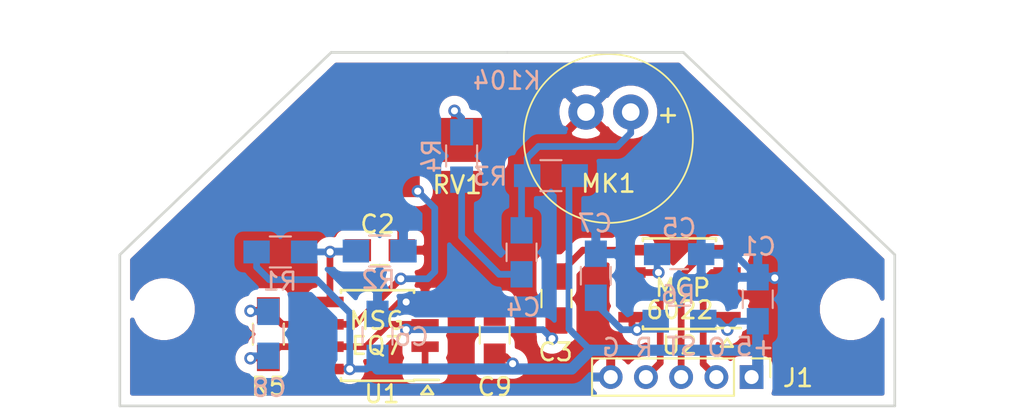
<source format=kicad_pcb>
(kicad_pcb (version 20171130) (host pcbnew "(5.1.2)-1")

  (general
    (thickness 1.6)
    (drawings 27)
    (tracks 130)
    (zones 0)
    (modules 22)
    (nets 16)
  )

  (page A4)
  (layers
    (0 F.Cu signal)
    (31 B.Cu signal)
    (32 B.Adhes user)
    (33 F.Adhes user)
    (34 B.Paste user)
    (35 F.Paste user)
    (36 B.SilkS user)
    (37 F.SilkS user)
    (38 B.Mask user)
    (39 F.Mask user)
    (40 Dwgs.User user)
    (41 Cmts.User user)
    (42 Eco1.User user)
    (43 Eco2.User user)
    (44 Edge.Cuts user)
    (45 Margin user)
    (46 B.CrtYd user)
    (47 F.CrtYd user)
    (48 B.Fab user hide)
    (49 F.Fab user hide)
  )

  (setup
    (last_trace_width 0.25)
    (user_trace_width 0.254)
    (user_trace_width 0.381)
    (user_trace_width 0.508)
    (user_trace_width 0.635)
    (user_trace_width 1.016)
    (user_trace_width 1.27)
    (trace_clearance 0.2)
    (zone_clearance 0.508)
    (zone_45_only no)
    (trace_min 0.2)
    (via_size 0.7)
    (via_drill 0.4)
    (via_min_size 0.4)
    (via_min_drill 0.3)
    (user_via 1 0.7)
    (uvia_size 0.3)
    (uvia_drill 0.1)
    (uvias_allowed no)
    (uvia_min_size 0.2)
    (uvia_min_drill 0.1)
    (edge_width 0.15)
    (segment_width 0.2)
    (pcb_text_width 0.3)
    (pcb_text_size 1.5 1.5)
    (mod_edge_width 0.15)
    (mod_text_size 1 1)
    (mod_text_width 0.15)
    (pad_size 1.9 0.8)
    (pad_drill 0)
    (pad_to_mask_clearance 0.2)
    (solder_mask_min_width 0.25)
    (aux_axis_origin 0 0)
    (grid_origin 173.1264 79.9084)
    (visible_elements 7FFDFF7F)
    (pcbplotparams
      (layerselection 0x010f0_ffffffff)
      (usegerberextensions false)
      (usegerberattributes false)
      (usegerberadvancedattributes false)
      (creategerberjobfile false)
      (excludeedgelayer true)
      (linewidth 0.100000)
      (plotframeref false)
      (viasonmask false)
      (mode 1)
      (useauxorigin true)
      (hpglpennumber 1)
      (hpglpenspeed 20)
      (hpglpendiameter 15.000000)
      (psnegative false)
      (psa4output false)
      (plotreference true)
      (plotvalue true)
      (plotinvisibletext false)
      (padsonsilk false)
      (subtractmaskfromsilk false)
      (outputformat 1)
      (mirror false)
      (drillshape 0)
      (scaleselection 1)
      (outputdirectory ""))
  )

  (net 0 "")
  (net 1 GND)
  (net 2 VCC)
  (net 3 "Net-(C2-Pad2)")
  (net 4 "Net-(C3-Pad1)")
  (net 5 "Net-(C3-Pad2)")
  (net 6 "Net-(C4-Pad1)")
  (net 7 "Net-(C4-Pad2)")
  (net 8 "Net-(C5-Pad1)")
  (net 9 "Net-(C7-Pad1)")
  (net 10 STR)
  (net 11 OUT)
  (net 12 RES)
  (net 13 "Net-(C8-Pad2)")
  (net 14 "Net-(U1-Pad1)")
  (net 15 "Net-(R4-Pad1)")

  (net_class Default "This is the default net class."
    (clearance 0.2)
    (trace_width 0.25)
    (via_dia 0.7)
    (via_drill 0.4)
    (uvia_dia 0.3)
    (uvia_drill 0.1)
    (add_net GND)
    (add_net "Net-(C2-Pad2)")
    (add_net "Net-(C3-Pad1)")
    (add_net "Net-(C3-Pad2)")
    (add_net "Net-(C4-Pad1)")
    (add_net "Net-(C4-Pad2)")
    (add_net "Net-(C5-Pad1)")
    (add_net "Net-(C7-Pad1)")
    (add_net "Net-(C8-Pad2)")
    (add_net "Net-(R4-Pad1)")
    (add_net "Net-(U1-Pad1)")
    (add_net OUT)
    (add_net RES)
    (add_net STR)
    (add_net VCC)
  )

  (net_class signal ""
    (clearance 0.2)
    (trace_width 0.381)
    (via_dia 0.7)
    (via_drill 0.4)
    (uvia_dia 0.3)
    (uvia_drill 0.1)
  )

  (module modules:TrimPot_SMT_Hack (layer F.Cu) (tedit 5C99D716) (tstamp 5E12557C)
    (at 155.528 73.8792 270)
    (path /5E127DDE)
    (fp_text reference RV1 (at 1.5612 -9.628 180) (layer F.SilkS)
      (effects (font (size 1 1) (thickness 0.15)))
    )
    (fp_text value 100K (at 0 -8.89 90) (layer F.Fab)
      (effects (font (size 1 1) (thickness 0.15)))
    )
    (pad 2 smd rect (at -1 -10 270) (size 2.5 4) (layers F.Cu F.Paste F.Mask)
      (net 15 "Net-(R4-Pad1)"))
    (pad 3 smd rect (at 1 -5 270) (size 2.5 5) (layers F.Cu F.Paste F.Mask)
      (net 13 "Net-(C8-Pad2)"))
    (pad 1 smd rect (at -3 -5 270) (size 2.5 5) (layers F.Cu F.Paste F.Mask))
  )

  (module Resistors_SMD:R_0805_HandSoldering (layer B.Cu) (tedit 58E0A804) (tstamp 5E125A2E)
    (at 165.4048 73.7908 270)
    (descr "Resistor SMD 0805, hand soldering")
    (tags "resistor 0805")
    (path /5E189995)
    (attr smd)
    (fp_text reference R4 (at 0 1.7 90) (layer B.SilkS)
      (effects (font (size 1 1) (thickness 0.15)) (justify mirror))
    )
    (fp_text value 10K (at 0 -1.75 90) (layer B.Fab)
      (effects (font (size 1 1) (thickness 0.15)) (justify mirror))
    )
    (fp_text user %R (at 0 0 90) (layer B.Fab)
      (effects (font (size 0.5 0.5) (thickness 0.075)) (justify mirror))
    )
    (fp_line (start -1 -0.62) (end -1 0.62) (layer B.Fab) (width 0.1))
    (fp_line (start 1 -0.62) (end -1 -0.62) (layer B.Fab) (width 0.1))
    (fp_line (start 1 0.62) (end 1 -0.62) (layer B.Fab) (width 0.1))
    (fp_line (start -1 0.62) (end 1 0.62) (layer B.Fab) (width 0.1))
    (fp_line (start 0.6 -0.88) (end -0.6 -0.88) (layer B.SilkS) (width 0.12))
    (fp_line (start -0.6 0.88) (end 0.6 0.88) (layer B.SilkS) (width 0.12))
    (fp_line (start -2.35 0.9) (end 2.35 0.9) (layer B.CrtYd) (width 0.05))
    (fp_line (start -2.35 0.9) (end -2.35 -0.9) (layer B.CrtYd) (width 0.05))
    (fp_line (start 2.35 -0.9) (end 2.35 0.9) (layer B.CrtYd) (width 0.05))
    (fp_line (start 2.35 -0.9) (end -2.35 -0.9) (layer B.CrtYd) (width 0.05))
    (pad 1 smd rect (at -1.35 0 270) (size 1.5 1.3) (layers B.Cu B.Paste B.Mask)
      (net 15 "Net-(R4-Pad1)"))
    (pad 2 smd rect (at 1.35 0 270) (size 1.5 1.3) (layers B.Cu B.Paste B.Mask)
      (net 6 "Net-(C4-Pad1)"))
    (model ${KISYS3DMOD}/Resistors_SMD.3dshapes/R_0805.wrl
      (at (xyz 0 0 0))
      (scale (xyz 1 1 1))
      (rotate (xyz 0 0 0))
    )
  )

  (module Capacitors_SMD:C_0805_HandSoldering (layer F.Cu) (tedit 58AA84A8) (tstamp 5E11CD2C)
    (at 167.2844 83.9524 90)
    (descr "Capacitor SMD 0805, hand soldering")
    (tags "capacitor 0805")
    (path /5E11D2B3)
    (attr smd)
    (fp_text reference C9 (at -2.9664 0 180) (layer F.SilkS)
      (effects (font (size 1 1) (thickness 0.15)))
    )
    (fp_text value 10u (at 0 1.75 90) (layer F.Fab)
      (effects (font (size 1 1) (thickness 0.15)))
    )
    (fp_text user %R (at 0 -1.75 90) (layer F.Fab)
      (effects (font (size 1 1) (thickness 0.15)))
    )
    (fp_line (start -1 0.62) (end -1 -0.62) (layer F.Fab) (width 0.1))
    (fp_line (start 1 0.62) (end -1 0.62) (layer F.Fab) (width 0.1))
    (fp_line (start 1 -0.62) (end 1 0.62) (layer F.Fab) (width 0.1))
    (fp_line (start -1 -0.62) (end 1 -0.62) (layer F.Fab) (width 0.1))
    (fp_line (start 0.5 -0.85) (end -0.5 -0.85) (layer F.SilkS) (width 0.12))
    (fp_line (start -0.5 0.85) (end 0.5 0.85) (layer F.SilkS) (width 0.12))
    (fp_line (start -2.25 -0.88) (end 2.25 -0.88) (layer F.CrtYd) (width 0.05))
    (fp_line (start -2.25 -0.88) (end -2.25 0.87) (layer F.CrtYd) (width 0.05))
    (fp_line (start 2.25 0.87) (end 2.25 -0.88) (layer F.CrtYd) (width 0.05))
    (fp_line (start 2.25 0.87) (end -2.25 0.87) (layer F.CrtYd) (width 0.05))
    (pad 1 smd rect (at -1.25 0 90) (size 1.5 1.25) (layers F.Cu F.Paste F.Mask)
      (net 2 VCC))
    (pad 2 smd rect (at 1.25 0 90) (size 1.5 1.25) (layers F.Cu F.Paste F.Mask)
      (net 1 GND))
    (model Capacitors_SMD.3dshapes/C_0805.wrl
      (at (xyz 0 0 0))
      (scale (xyz 1 1 1))
      (rotate (xyz 0 0 0))
    )
  )

  (module Capacitors_SMD:C_0805_HandSoldering (layer B.Cu) (tedit 58AA84A8) (tstamp 5E11C862)
    (at 154.432 83.9016 90)
    (descr "Capacitor SMD 0805, hand soldering")
    (tags "capacitor 0805")
    (path /5E11CCF2)
    (attr smd)
    (fp_text reference C8 (at -3.068 0.0508) (layer B.SilkS)
      (effects (font (size 1 1) (thickness 0.15)) (justify mirror))
    )
    (fp_text value 8p (at 0 -1.75 270) (layer B.Fab)
      (effects (font (size 1 1) (thickness 0.15)) (justify mirror))
    )
    (fp_text user %R (at 0 1.75 270) (layer B.Fab)
      (effects (font (size 1 1) (thickness 0.15)) (justify mirror))
    )
    (fp_line (start -1 -0.62) (end -1 0.62) (layer B.Fab) (width 0.1))
    (fp_line (start 1 -0.62) (end -1 -0.62) (layer B.Fab) (width 0.1))
    (fp_line (start 1 0.62) (end 1 -0.62) (layer B.Fab) (width 0.1))
    (fp_line (start -1 0.62) (end 1 0.62) (layer B.Fab) (width 0.1))
    (fp_line (start 0.5 0.85) (end -0.5 0.85) (layer B.SilkS) (width 0.12))
    (fp_line (start -0.5 -0.85) (end 0.5 -0.85) (layer B.SilkS) (width 0.12))
    (fp_line (start -2.25 0.88) (end 2.25 0.88) (layer B.CrtYd) (width 0.05))
    (fp_line (start -2.25 0.88) (end -2.25 -0.87) (layer B.CrtYd) (width 0.05))
    (fp_line (start 2.25 -0.87) (end 2.25 0.88) (layer B.CrtYd) (width 0.05))
    (fp_line (start 2.25 -0.87) (end -2.25 -0.87) (layer B.CrtYd) (width 0.05))
    (pad 1 smd rect (at -1.25 0 90) (size 1.5 1.25) (layers B.Cu B.Paste B.Mask)
      (net 5 "Net-(C3-Pad2)"))
    (pad 2 smd rect (at 1.25 0 90) (size 1.5 1.25) (layers B.Cu B.Paste B.Mask)
      (net 13 "Net-(C8-Pad2)"))
    (model Capacitors_SMD.3dshapes/C_0805.wrl
      (at (xyz 0 0 0))
      (scale (xyz 1 1 1))
      (rotate (xyz 0 0 0))
    )
  )

  (module Resistors_SMD:R_0805_HandSoldering (layer B.Cu) (tedit 58E0A804) (tstamp 5E115C2C)
    (at 170.4764 74.9084 180)
    (descr "Resistor SMD 0805, hand soldering")
    (tags "resistor 0805")
    (path /5E184A4A)
    (attr smd)
    (fp_text reference R3 (at 3.4544 -0.0508) (layer B.SilkS)
      (effects (font (size 1 1) (thickness 0.15)) (justify mirror))
    )
    (fp_text value 10K (at 0 -1.75) (layer B.Fab)
      (effects (font (size 1 1) (thickness 0.15)) (justify mirror))
    )
    (fp_text user %R (at 0 0) (layer B.Fab)
      (effects (font (size 0.5 0.5) (thickness 0.075)) (justify mirror))
    )
    (fp_line (start -1 -0.62) (end -1 0.62) (layer B.Fab) (width 0.1))
    (fp_line (start 1 -0.62) (end -1 -0.62) (layer B.Fab) (width 0.1))
    (fp_line (start 1 0.62) (end 1 -0.62) (layer B.Fab) (width 0.1))
    (fp_line (start -1 0.62) (end 1 0.62) (layer B.Fab) (width 0.1))
    (fp_line (start 0.6 -0.88) (end -0.6 -0.88) (layer B.SilkS) (width 0.12))
    (fp_line (start -0.6 0.88) (end 0.6 0.88) (layer B.SilkS) (width 0.12))
    (fp_line (start -2.35 0.9) (end 2.35 0.9) (layer B.CrtYd) (width 0.05))
    (fp_line (start -2.35 0.9) (end -2.35 -0.9) (layer B.CrtYd) (width 0.05))
    (fp_line (start 2.35 -0.9) (end 2.35 0.9) (layer B.CrtYd) (width 0.05))
    (fp_line (start 2.35 -0.9) (end -2.35 -0.9) (layer B.CrtYd) (width 0.05))
    (pad 1 smd rect (at -1.35 0 180) (size 1.5 1.3) (layers B.Cu B.Paste B.Mask)
      (net 2 VCC))
    (pad 2 smd rect (at 1.35 0 180) (size 1.5 1.3) (layers B.Cu B.Paste B.Mask)
      (net 7 "Net-(C4-Pad2)"))
    (model ${KISYS3DMOD}/Resistors_SMD.3dshapes/R_0805.wrl
      (at (xyz 0 0 0))
      (scale (xyz 1 1 1))
      (rotate (xyz 0 0 0))
    )
  )

  (module Housings_SOIC:SOIC-8_3.9x4.9mm_Pitch1.27mm (layer F.Cu) (tedit 58CD0CDA) (tstamp 5E1142AB)
    (at 177.7746 81.0514 180)
    (descr "8-Lead Plastic Small Outline (SN) - Narrow, 3.90 mm Body [SOIC] (see Microchip Packaging Specification 00000049BS.pdf)")
    (tags "SOIC 1.27")
    (path /5E162B18)
    (attr smd)
    (fp_text reference U2 (at 0 -3.5) (layer F.SilkS)
      (effects (font (size 1 1) (thickness 0.15)))
    )
    (fp_text value MSGEQ7 (at 0 3.5) (layer F.Fab)
      (effects (font (size 1 1) (thickness 0.15)))
    )
    (fp_text user %R (at 0 0) (layer F.Fab)
      (effects (font (size 1 1) (thickness 0.15)))
    )
    (fp_line (start -0.95 -2.45) (end 1.95 -2.45) (layer F.Fab) (width 0.1))
    (fp_line (start 1.95 -2.45) (end 1.95 2.45) (layer F.Fab) (width 0.1))
    (fp_line (start 1.95 2.45) (end -1.95 2.45) (layer F.Fab) (width 0.1))
    (fp_line (start -1.95 2.45) (end -1.95 -1.45) (layer F.Fab) (width 0.1))
    (fp_line (start -1.95 -1.45) (end -0.95 -2.45) (layer F.Fab) (width 0.1))
    (fp_line (start -3.73 -2.7) (end -3.73 2.7) (layer F.CrtYd) (width 0.05))
    (fp_line (start 3.73 -2.7) (end 3.73 2.7) (layer F.CrtYd) (width 0.05))
    (fp_line (start -3.73 -2.7) (end 3.73 -2.7) (layer F.CrtYd) (width 0.05))
    (fp_line (start -3.73 2.7) (end 3.73 2.7) (layer F.CrtYd) (width 0.05))
    (fp_line (start -2.075 -2.575) (end -2.075 -2.525) (layer F.SilkS) (width 0.15))
    (fp_line (start 2.075 -2.575) (end 2.075 -2.43) (layer F.SilkS) (width 0.15))
    (fp_line (start 2.075 2.575) (end 2.075 2.43) (layer F.SilkS) (width 0.15))
    (fp_line (start -2.075 2.575) (end -2.075 2.43) (layer F.SilkS) (width 0.15))
    (fp_line (start -2.075 -2.575) (end 2.075 -2.575) (layer F.SilkS) (width 0.15))
    (fp_line (start -2.075 2.575) (end 2.075 2.575) (layer F.SilkS) (width 0.15))
    (fp_line (start -2.075 -2.525) (end -3.475 -2.525) (layer F.SilkS) (width 0.15))
    (pad 1 smd rect (at -2.7 -1.905 180) (size 1.55 0.6) (layers F.Cu F.Paste F.Mask)
      (net 2 VCC))
    (pad 2 smd rect (at -2.7 -0.635 180) (size 1.55 0.6) (layers F.Cu F.Paste F.Mask)
      (net 1 GND))
    (pad 3 smd rect (at -2.7 0.635 180) (size 1.55 0.6) (layers F.Cu F.Paste F.Mask)
      (net 11 OUT))
    (pad 4 smd rect (at -2.7 1.905 180) (size 1.55 0.6) (layers F.Cu F.Paste F.Mask)
      (net 10 STR))
    (pad 5 smd rect (at 2.7 1.905 180) (size 1.55 0.6) (layers F.Cu F.Paste F.Mask)
      (net 4 "Net-(C3-Pad1)"))
    (pad 6 smd rect (at 2.7 0.635 180) (size 1.55 0.6) (layers F.Cu F.Paste F.Mask)
      (net 8 "Net-(C5-Pad1)"))
    (pad 7 smd rect (at 2.7 -0.635 180) (size 1.55 0.6) (layers F.Cu F.Paste F.Mask)
      (net 12 RES))
    (pad 8 smd rect (at 2.7 -1.905 180) (size 1.55 0.6) (layers F.Cu F.Paste F.Mask)
      (net 9 "Net-(C7-Pad1)"))
    (model ${KISYS3DMOD}/Housings_SOIC.3dshapes/SOIC-8_3.9x4.9mm_Pitch1.27mm.wrl
      (at (xyz 0 0 0))
      (scale (xyz 1 1 1))
      (rotate (xyz 0 0 0))
    )
  )

  (module modules:Microphone_Multicomp_9p7mm (layer F.Cu) (tedit 5E1197B3) (tstamp 5E115BCB)
    (at 173.736 72.7964)
    (path /5E1796BD)
    (fp_text reference MK1 (at 0 2.565) (layer F.SilkS)
      (effects (font (size 1 1) (thickness 0.15)))
    )
    (fp_text value Microphone_Condenser (at -2.54 -10.16) (layer F.Fab)
      (effects (font (size 1 1) (thickness 0.15)))
    )
    (fp_circle (center 0 0) (end 4.8 -0.1) (layer F.SilkS) (width 0.1))
    (pad 2 thru_hole circle (at 1.27 -1.5) (size 2 2) (drill 1) (layers *.Cu *.Mask)
      (net 7 "Net-(C4-Pad2)"))
    (pad 1 thru_hole circle (at -1.27 -1.5) (size 2 2) (drill 1) (layers *.Cu *.Mask)
      (net 1 GND))
  )

  (module Resistors_SMD:R_0805_HandSoldering (layer F.Cu) (tedit 58E0A804) (tstamp 5E113700)
    (at 154.432 83.9216 90)
    (descr "Resistor SMD 0805, hand soldering")
    (tags "resistor 0805")
    (path /5E193C8C)
    (attr smd)
    (fp_text reference R5 (at -2.9756 0) (layer F.SilkS)
      (effects (font (size 1 1) (thickness 0.15)))
    )
    (fp_text value 1M (at 0 1.75 90) (layer F.Fab)
      (effects (font (size 1 1) (thickness 0.15)))
    )
    (fp_text user %R (at 0 0 90) (layer F.Fab)
      (effects (font (size 0.5 0.5) (thickness 0.075)))
    )
    (fp_line (start -1 0.62) (end -1 -0.62) (layer F.Fab) (width 0.1))
    (fp_line (start 1 0.62) (end -1 0.62) (layer F.Fab) (width 0.1))
    (fp_line (start 1 -0.62) (end 1 0.62) (layer F.Fab) (width 0.1))
    (fp_line (start -1 -0.62) (end 1 -0.62) (layer F.Fab) (width 0.1))
    (fp_line (start 0.6 0.88) (end -0.6 0.88) (layer F.SilkS) (width 0.12))
    (fp_line (start -0.6 -0.88) (end 0.6 -0.88) (layer F.SilkS) (width 0.12))
    (fp_line (start -2.35 -0.9) (end 2.35 -0.9) (layer F.CrtYd) (width 0.05))
    (fp_line (start -2.35 -0.9) (end -2.35 0.9) (layer F.CrtYd) (width 0.05))
    (fp_line (start 2.35 0.9) (end 2.35 -0.9) (layer F.CrtYd) (width 0.05))
    (fp_line (start 2.35 0.9) (end -2.35 0.9) (layer F.CrtYd) (width 0.05))
    (pad 1 smd rect (at -1.35 0 90) (size 1.5 1.3) (layers F.Cu F.Paste F.Mask)
      (net 5 "Net-(C3-Pad2)"))
    (pad 2 smd rect (at 1.35 0 90) (size 1.5 1.3) (layers F.Cu F.Paste F.Mask)
      (net 13 "Net-(C8-Pad2)"))
    (model ${KISYS3DMOD}/Resistors_SMD.3dshapes/R_0805.wrl
      (at (xyz 0 0 0))
      (scale (xyz 1 1 1))
      (rotate (xyz 0 0 0))
    )
  )

  (module Mounting_Holes:MountingHole_2.5mm (layer F.Cu) (tedit 56D1B4CB) (tstamp 5E114E0C)
    (at 187.5 82.5)
    (descr "Mounting Hole 2.5mm, no annular")
    (tags "mounting hole 2.5mm no annular")
    (attr virtual)
    (fp_text reference REF** (at 0 -3.5) (layer F.SilkS) hide
      (effects (font (size 1 1) (thickness 0.15)))
    )
    (fp_text value MountingHole_2.5mm (at 0 3.5) (layer F.Fab)
      (effects (font (size 1 1) (thickness 0.15)))
    )
    (fp_circle (center 0 0) (end 2.75 0) (layer F.CrtYd) (width 0.05))
    (fp_circle (center 0 0) (end 2.5 0) (layer Cmts.User) (width 0.15))
    (fp_text user %R (at 0.3 0) (layer F.Fab)
      (effects (font (size 1 1) (thickness 0.15)))
    )
    (pad 1 np_thru_hole circle (at 0 0) (size 2.5 2.5) (drill 2.5) (layers *.Cu *.Mask))
  )

  (module Mounting_Holes:MountingHole_2.5mm (layer F.Cu) (tedit 56D1B4CB) (tstamp 5E114DED)
    (at 148.5 82.5)
    (descr "Mounting Hole 2.5mm, no annular")
    (tags "mounting hole 2.5mm no annular")
    (attr virtual)
    (fp_text reference REF** (at 0 -3.5) (layer F.SilkS) hide
      (effects (font (size 1 1) (thickness 0.15)))
    )
    (fp_text value MountingHole_2.5mm (at 0 3.5) (layer F.Fab)
      (effects (font (size 1 1) (thickness 0.15)))
    )
    (fp_text user %R (at 0.3 0) (layer F.Fab)
      (effects (font (size 1 1) (thickness 0.15)))
    )
    (fp_circle (center 0 0) (end 2.5 0) (layer Cmts.User) (width 0.15))
    (fp_circle (center 0 0) (end 2.75 0) (layer F.CrtYd) (width 0.05))
    (pad 1 np_thru_hole circle (at 0 0) (size 2.5 2.5) (drill 2.5) (layers *.Cu *.Mask))
  )

  (module Housings_SOIC:SOIC-8_3.9x4.9mm_Pitch1.27mm (layer F.Cu) (tedit 58CD0CDA) (tstamp 5E1142A8)
    (at 160.6296 83.9978 180)
    (descr "8-Lead Plastic Small Outline (SN) - Narrow, 3.90 mm Body [SOIC] (see Microchip Packaging Specification 00000049BS.pdf)")
    (tags "SOIC 1.27")
    (path /5E163823)
    (attr smd)
    (fp_text reference U1 (at -0.254 -3.3274) (layer F.SilkS)
      (effects (font (size 1 1) (thickness 0.15)))
    )
    (fp_text value MCP6022 (at 0 3.5) (layer F.Fab)
      (effects (font (size 1 1) (thickness 0.15)))
    )
    (fp_text user %R (at 0 0) (layer F.Fab)
      (effects (font (size 1 1) (thickness 0.15)))
    )
    (fp_line (start -0.95 -2.45) (end 1.95 -2.45) (layer F.Fab) (width 0.1))
    (fp_line (start 1.95 -2.45) (end 1.95 2.45) (layer F.Fab) (width 0.1))
    (fp_line (start 1.95 2.45) (end -1.95 2.45) (layer F.Fab) (width 0.1))
    (fp_line (start -1.95 2.45) (end -1.95 -1.45) (layer F.Fab) (width 0.1))
    (fp_line (start -1.95 -1.45) (end -0.95 -2.45) (layer F.Fab) (width 0.1))
    (fp_line (start -3.73 -2.7) (end -3.73 2.7) (layer F.CrtYd) (width 0.05))
    (fp_line (start 3.73 -2.7) (end 3.73 2.7) (layer F.CrtYd) (width 0.05))
    (fp_line (start -3.73 -2.7) (end 3.73 -2.7) (layer F.CrtYd) (width 0.05))
    (fp_line (start -3.73 2.7) (end 3.73 2.7) (layer F.CrtYd) (width 0.05))
    (fp_line (start -2.075 -2.575) (end -2.075 -2.525) (layer F.SilkS) (width 0.15))
    (fp_line (start 2.075 -2.575) (end 2.075 -2.43) (layer F.SilkS) (width 0.15))
    (fp_line (start 2.075 2.575) (end 2.075 2.43) (layer F.SilkS) (width 0.15))
    (fp_line (start -2.075 2.575) (end -2.075 2.43) (layer F.SilkS) (width 0.15))
    (fp_line (start -2.075 -2.575) (end 2.075 -2.575) (layer F.SilkS) (width 0.15))
    (fp_line (start -2.075 2.575) (end 2.075 2.575) (layer F.SilkS) (width 0.15))
    (fp_line (start -2.075 -2.525) (end -3.475 -2.525) (layer F.SilkS) (width 0.15))
    (pad 1 smd rect (at -2.7 -1.905 180) (size 1.55 0.6) (layers F.Cu F.Paste F.Mask)
      (net 14 "Net-(U1-Pad1)"))
    (pad 2 smd rect (at -2.7 -0.635 180) (size 1.55 0.6) (layers F.Cu F.Paste F.Mask)
      (net 14 "Net-(U1-Pad1)"))
    (pad 3 smd rect (at -2.7 0.635 180) (size 1.55 0.6) (layers F.Cu F.Paste F.Mask)
      (net 5 "Net-(C3-Pad2)"))
    (pad 4 smd rect (at -2.7 1.905 180) (size 1.55 0.6) (layers F.Cu F.Paste F.Mask)
      (net 1 GND))
    (pad 5 smd rect (at 2.7 1.905 180) (size 1.55 0.6) (layers F.Cu F.Paste F.Mask)
      (net 3 "Net-(C2-Pad2)"))
    (pad 6 smd rect (at 2.7 0.635 180) (size 1.55 0.6) (layers F.Cu F.Paste F.Mask)
      (net 13 "Net-(C8-Pad2)"))
    (pad 7 smd rect (at 2.7 -0.635 180) (size 1.55 0.6) (layers F.Cu F.Paste F.Mask)
      (net 5 "Net-(C3-Pad2)"))
    (pad 8 smd rect (at 2.7 -1.905 180) (size 1.55 0.6) (layers F.Cu F.Paste F.Mask)
      (net 2 VCC))
    (model ${KISYS3DMOD}/Housings_SOIC.3dshapes/SOIC-8_3.9x4.9mm_Pitch1.27mm.wrl
      (at (xyz 0 0 0))
      (scale (xyz 1 1 1))
      (rotate (xyz 0 0 0))
    )
  )

  (module Resistors_SMD:R_0805_HandSoldering (layer B.Cu) (tedit 58E0A804) (tstamp 5E113703)
    (at 177.7746 83.185 180)
    (descr "Resistor SMD 0805, hand soldering")
    (tags "resistor 0805")
    (path /5E1A0808)
    (attr smd)
    (fp_text reference R6 (at 0.0762 1.4986) (layer B.SilkS)
      (effects (font (size 1 1) (thickness 0.15)) (justify mirror))
    )
    (fp_text value 200K (at 0 -1.75) (layer B.Fab)
      (effects (font (size 1 1) (thickness 0.15)) (justify mirror))
    )
    (fp_text user %R (at 0 0) (layer B.Fab)
      (effects (font (size 0.5 0.5) (thickness 0.075)) (justify mirror))
    )
    (fp_line (start -1 -0.62) (end -1 0.62) (layer B.Fab) (width 0.1))
    (fp_line (start 1 -0.62) (end -1 -0.62) (layer B.Fab) (width 0.1))
    (fp_line (start 1 0.62) (end 1 -0.62) (layer B.Fab) (width 0.1))
    (fp_line (start -1 0.62) (end 1 0.62) (layer B.Fab) (width 0.1))
    (fp_line (start 0.6 -0.88) (end -0.6 -0.88) (layer B.SilkS) (width 0.12))
    (fp_line (start -0.6 0.88) (end 0.6 0.88) (layer B.SilkS) (width 0.12))
    (fp_line (start -2.35 0.9) (end 2.35 0.9) (layer B.CrtYd) (width 0.05))
    (fp_line (start -2.35 0.9) (end -2.35 -0.9) (layer B.CrtYd) (width 0.05))
    (fp_line (start 2.35 -0.9) (end 2.35 0.9) (layer B.CrtYd) (width 0.05))
    (fp_line (start 2.35 -0.9) (end -2.35 -0.9) (layer B.CrtYd) (width 0.05))
    (pad 1 smd rect (at -1.35 0 180) (size 1.5 1.3) (layers B.Cu B.Paste B.Mask)
      (net 2 VCC))
    (pad 2 smd rect (at 1.35 0 180) (size 1.5 1.3) (layers B.Cu B.Paste B.Mask)
      (net 9 "Net-(C7-Pad1)"))
    (model ${KISYS3DMOD}/Resistors_SMD.3dshapes/R_0805.wrl
      (at (xyz 0 0 0))
      (scale (xyz 1 1 1))
      (rotate (xyz 0 0 0))
    )
  )

  (module Resistors_SMD:R_0805_HandSoldering (layer B.Cu) (tedit 58E0A804) (tstamp 5E1136F7)
    (at 160.7528 79.1972)
    (descr "Resistor SMD 0805, hand soldering")
    (tags "resistor 0805")
    (path /5E18F2A2)
    (attr smd)
    (fp_text reference R2 (at -0.0724 1.6256) (layer B.SilkS)
      (effects (font (size 1 1) (thickness 0.15)) (justify mirror))
    )
    (fp_text value 47K (at 0 -1.75) (layer B.Fab)
      (effects (font (size 1 1) (thickness 0.15)) (justify mirror))
    )
    (fp_text user %R (at 0 0) (layer B.Fab)
      (effects (font (size 0.5 0.5) (thickness 0.075)) (justify mirror))
    )
    (fp_line (start -1 -0.62) (end -1 0.62) (layer B.Fab) (width 0.1))
    (fp_line (start 1 -0.62) (end -1 -0.62) (layer B.Fab) (width 0.1))
    (fp_line (start 1 0.62) (end 1 -0.62) (layer B.Fab) (width 0.1))
    (fp_line (start -1 0.62) (end 1 0.62) (layer B.Fab) (width 0.1))
    (fp_line (start 0.6 -0.88) (end -0.6 -0.88) (layer B.SilkS) (width 0.12))
    (fp_line (start -0.6 0.88) (end 0.6 0.88) (layer B.SilkS) (width 0.12))
    (fp_line (start -2.35 0.9) (end 2.35 0.9) (layer B.CrtYd) (width 0.05))
    (fp_line (start -2.35 0.9) (end -2.35 -0.9) (layer B.CrtYd) (width 0.05))
    (fp_line (start 2.35 -0.9) (end 2.35 0.9) (layer B.CrtYd) (width 0.05))
    (fp_line (start 2.35 -0.9) (end -2.35 -0.9) (layer B.CrtYd) (width 0.05))
    (pad 1 smd rect (at -1.35 0) (size 1.5 1.3) (layers B.Cu B.Paste B.Mask)
      (net 3 "Net-(C2-Pad2)"))
    (pad 2 smd rect (at 1.35 0) (size 1.5 1.3) (layers B.Cu B.Paste B.Mask)
      (net 1 GND))
    (model ${KISYS3DMOD}/Resistors_SMD.3dshapes/R_0805.wrl
      (at (xyz 0 0 0))
      (scale (xyz 1 1 1))
      (rotate (xyz 0 0 0))
    )
  )

  (module Resistors_SMD:R_0805_HandSoldering (layer B.Cu) (tedit 58E0A804) (tstamp 5E1136F4)
    (at 155.114 79.248)
    (descr "Resistor SMD 0805, hand soldering")
    (tags "resistor 0805")
    (path /5E18E5E7)
    (attr smd)
    (fp_text reference R1 (at -0.0216 1.6764 180) (layer B.SilkS)
      (effects (font (size 1 1) (thickness 0.15)) (justify mirror))
    )
    (fp_text value 47K (at 0 -1.75) (layer B.Fab)
      (effects (font (size 1 1) (thickness 0.15)) (justify mirror))
    )
    (fp_text user %R (at 0 0) (layer B.Fab)
      (effects (font (size 0.5 0.5) (thickness 0.075)) (justify mirror))
    )
    (fp_line (start -1 -0.62) (end -1 0.62) (layer B.Fab) (width 0.1))
    (fp_line (start 1 -0.62) (end -1 -0.62) (layer B.Fab) (width 0.1))
    (fp_line (start 1 0.62) (end 1 -0.62) (layer B.Fab) (width 0.1))
    (fp_line (start -1 0.62) (end 1 0.62) (layer B.Fab) (width 0.1))
    (fp_line (start 0.6 -0.88) (end -0.6 -0.88) (layer B.SilkS) (width 0.12))
    (fp_line (start -0.6 0.88) (end 0.6 0.88) (layer B.SilkS) (width 0.12))
    (fp_line (start -2.35 0.9) (end 2.35 0.9) (layer B.CrtYd) (width 0.05))
    (fp_line (start -2.35 0.9) (end -2.35 -0.9) (layer B.CrtYd) (width 0.05))
    (fp_line (start 2.35 -0.9) (end 2.35 0.9) (layer B.CrtYd) (width 0.05))
    (fp_line (start 2.35 -0.9) (end -2.35 -0.9) (layer B.CrtYd) (width 0.05))
    (pad 1 smd rect (at -1.35 0) (size 1.5 1.3) (layers B.Cu B.Paste B.Mask)
      (net 2 VCC))
    (pad 2 smd rect (at 1.35 0) (size 1.5 1.3) (layers B.Cu B.Paste B.Mask)
      (net 3 "Net-(C2-Pad2)"))
    (model ${KISYS3DMOD}/Resistors_SMD.3dshapes/R_0805.wrl
      (at (xyz 0 0 0))
      (scale (xyz 1 1 1))
      (rotate (xyz 0 0 0))
    )
  )

  (module Pin_Headers:Pin_Header_Straight_1x05_Pitch2.00mm (layer F.Cu) (tedit 59650533) (tstamp 5E1136EE)
    (at 181.8696 86.36 270)
    (descr "Through hole straight pin header, 1x05, 2.00mm pitch, single row")
    (tags "Through hole pin header THT 1x05 2.00mm single row")
    (path /5E1C66EC)
    (fp_text reference J1 (at 0.0508 -2.636 180) (layer F.SilkS)
      (effects (font (size 1 1) (thickness 0.15)))
    )
    (fp_text value Conn_01x05 (at 0 10.06 90) (layer F.Fab)
      (effects (font (size 1 1) (thickness 0.15)))
    )
    (fp_line (start -0.5 -1) (end 1 -1) (layer F.Fab) (width 0.1))
    (fp_line (start 1 -1) (end 1 9) (layer F.Fab) (width 0.1))
    (fp_line (start 1 9) (end -1 9) (layer F.Fab) (width 0.1))
    (fp_line (start -1 9) (end -1 -0.5) (layer F.Fab) (width 0.1))
    (fp_line (start -1 -0.5) (end -0.5 -1) (layer F.Fab) (width 0.1))
    (fp_line (start -1.06 9.06) (end 1.06 9.06) (layer F.SilkS) (width 0.12))
    (fp_line (start -1.06 1) (end -1.06 9.06) (layer F.SilkS) (width 0.12))
    (fp_line (start 1.06 1) (end 1.06 9.06) (layer F.SilkS) (width 0.12))
    (fp_line (start -1.06 1) (end 1.06 1) (layer F.SilkS) (width 0.12))
    (fp_line (start -1.06 0) (end -1.06 -1.06) (layer F.SilkS) (width 0.12))
    (fp_line (start -1.06 -1.06) (end 0 -1.06) (layer F.SilkS) (width 0.12))
    (fp_line (start -1.5 -1.5) (end -1.5 9.5) (layer F.CrtYd) (width 0.05))
    (fp_line (start -1.5 9.5) (end 1.5 9.5) (layer F.CrtYd) (width 0.05))
    (fp_line (start 1.5 9.5) (end 1.5 -1.5) (layer F.CrtYd) (width 0.05))
    (fp_line (start 1.5 -1.5) (end -1.5 -1.5) (layer F.CrtYd) (width 0.05))
    (fp_text user %R (at 0 4) (layer F.Fab)
      (effects (font (size 1 1) (thickness 0.15)))
    )
    (pad 1 thru_hole rect (at 0 0 270) (size 1.35 1.35) (drill 0.8) (layers *.Cu *.Mask)
      (net 2 VCC))
    (pad 2 thru_hole oval (at 0 2 270) (size 1.35 1.35) (drill 0.8) (layers *.Cu *.Mask)
      (net 11 OUT))
    (pad 3 thru_hole oval (at 0 4 270) (size 1.35 1.35) (drill 0.8) (layers *.Cu *.Mask)
      (net 10 STR))
    (pad 4 thru_hole oval (at 0 6 270) (size 1.35 1.35) (drill 0.8) (layers *.Cu *.Mask)
      (net 12 RES))
    (pad 5 thru_hole oval (at 0 8 270) (size 1.35 1.35) (drill 0.8) (layers *.Cu *.Mask)
      (net 1 GND))
    (model ${KISYS3DMOD}/Pin_Headers.3dshapes/Pin_Header_Straight_1x05_Pitch2.00mm.wrl
      (at (xyz 0 0 0))
      (scale (xyz 1 1 1))
      (rotate (xyz 0 0 0))
    )
  )

  (module Capacitors_SMD:C_0805_HandSoldering (layer B.Cu) (tedit 58AA84A8) (tstamp 5E1136EB)
    (at 173.0248 80.5996 90)
    (descr "Capacitor SMD 0805, hand soldering")
    (tags "capacitor 0805")
    (path /5E1A37D1)
    (attr smd)
    (fp_text reference C7 (at 2.9772 -0.0508 180) (layer B.SilkS)
      (effects (font (size 1 1) (thickness 0.15)) (justify mirror))
    )
    (fp_text value 33p (at 0 -1.75 90) (layer B.Fab)
      (effects (font (size 1 1) (thickness 0.15)) (justify mirror))
    )
    (fp_text user %R (at 0 1.75 90) (layer B.Fab)
      (effects (font (size 1 1) (thickness 0.15)) (justify mirror))
    )
    (fp_line (start -1 -0.62) (end -1 0.62) (layer B.Fab) (width 0.1))
    (fp_line (start 1 -0.62) (end -1 -0.62) (layer B.Fab) (width 0.1))
    (fp_line (start 1 0.62) (end 1 -0.62) (layer B.Fab) (width 0.1))
    (fp_line (start -1 0.62) (end 1 0.62) (layer B.Fab) (width 0.1))
    (fp_line (start 0.5 0.85) (end -0.5 0.85) (layer B.SilkS) (width 0.12))
    (fp_line (start -0.5 -0.85) (end 0.5 -0.85) (layer B.SilkS) (width 0.12))
    (fp_line (start -2.25 0.88) (end 2.25 0.88) (layer B.CrtYd) (width 0.05))
    (fp_line (start -2.25 0.88) (end -2.25 -0.87) (layer B.CrtYd) (width 0.05))
    (fp_line (start 2.25 -0.87) (end 2.25 0.88) (layer B.CrtYd) (width 0.05))
    (fp_line (start 2.25 -0.87) (end -2.25 -0.87) (layer B.CrtYd) (width 0.05))
    (pad 1 smd rect (at -1.25 0 90) (size 1.5 1.25) (layers B.Cu B.Paste B.Mask)
      (net 9 "Net-(C7-Pad1)"))
    (pad 2 smd rect (at 1.25 0 90) (size 1.5 1.25) (layers B.Cu B.Paste B.Mask)
      (net 1 GND))
    (model Capacitors_SMD.3dshapes/C_0805.wrl
      (at (xyz 0 0 0))
      (scale (xyz 1 1 1))
      (rotate (xyz 0 0 0))
    )
  )

  (module Capacitors_SMD:C_0805_HandSoldering (layer B.Cu) (tedit 58AA84A8) (tstamp 5E1136E8)
    (at 160.6296 84.0178 270)
    (descr "Capacitor SMD 0805, hand soldering")
    (tags "capacitor 0805")
    (path /5E1B56E6)
    (attr smd)
    (fp_text reference C6 (at 0.0562 -1.9304 180) (layer B.SilkS)
      (effects (font (size 1 1) (thickness 0.15)) (justify mirror))
    )
    (fp_text value .1u (at 0 -1.75 90) (layer B.Fab)
      (effects (font (size 1 1) (thickness 0.15)) (justify mirror))
    )
    (fp_text user %R (at 0 1.75 90) (layer B.Fab)
      (effects (font (size 1 1) (thickness 0.15)) (justify mirror))
    )
    (fp_line (start -1 -0.62) (end -1 0.62) (layer B.Fab) (width 0.1))
    (fp_line (start 1 -0.62) (end -1 -0.62) (layer B.Fab) (width 0.1))
    (fp_line (start 1 0.62) (end 1 -0.62) (layer B.Fab) (width 0.1))
    (fp_line (start -1 0.62) (end 1 0.62) (layer B.Fab) (width 0.1))
    (fp_line (start 0.5 0.85) (end -0.5 0.85) (layer B.SilkS) (width 0.12))
    (fp_line (start -0.5 -0.85) (end 0.5 -0.85) (layer B.SilkS) (width 0.12))
    (fp_line (start -2.25 0.88) (end 2.25 0.88) (layer B.CrtYd) (width 0.05))
    (fp_line (start -2.25 0.88) (end -2.25 -0.87) (layer B.CrtYd) (width 0.05))
    (fp_line (start 2.25 -0.87) (end 2.25 0.88) (layer B.CrtYd) (width 0.05))
    (fp_line (start 2.25 -0.87) (end -2.25 -0.87) (layer B.CrtYd) (width 0.05))
    (pad 1 smd rect (at -1.25 0 270) (size 1.5 1.25) (layers B.Cu B.Paste B.Mask)
      (net 1 GND))
    (pad 2 smd rect (at 1.25 0 270) (size 1.5 1.25) (layers B.Cu B.Paste B.Mask)
      (net 2 VCC))
    (model Capacitors_SMD.3dshapes/C_0805.wrl
      (at (xyz 0 0 0))
      (scale (xyz 1 1 1))
      (rotate (xyz 0 0 0))
    )
  )

  (module Capacitors_SMD:C_0805_HandSoldering (layer B.Cu) (tedit 58AA84A8) (tstamp 5E1136E5)
    (at 177.7546 79.375)
    (descr "Capacitor SMD 0805, hand soldering")
    (tags "capacitor 0805")
    (path /5E197C9E)
    (attr smd)
    (fp_text reference C5 (at -0.0054 -1.4986) (layer B.SilkS)
      (effects (font (size 1 1) (thickness 0.15)) (justify mirror))
    )
    (fp_text value .1u (at 0 -1.75) (layer B.Fab)
      (effects (font (size 1 1) (thickness 0.15)) (justify mirror))
    )
    (fp_text user %R (at 0 1.75) (layer B.Fab)
      (effects (font (size 1 1) (thickness 0.15)) (justify mirror))
    )
    (fp_line (start -1 -0.62) (end -1 0.62) (layer B.Fab) (width 0.1))
    (fp_line (start 1 -0.62) (end -1 -0.62) (layer B.Fab) (width 0.1))
    (fp_line (start 1 0.62) (end 1 -0.62) (layer B.Fab) (width 0.1))
    (fp_line (start -1 0.62) (end 1 0.62) (layer B.Fab) (width 0.1))
    (fp_line (start 0.5 0.85) (end -0.5 0.85) (layer B.SilkS) (width 0.12))
    (fp_line (start -0.5 -0.85) (end 0.5 -0.85) (layer B.SilkS) (width 0.12))
    (fp_line (start -2.25 0.88) (end 2.25 0.88) (layer B.CrtYd) (width 0.05))
    (fp_line (start -2.25 0.88) (end -2.25 -0.87) (layer B.CrtYd) (width 0.05))
    (fp_line (start 2.25 -0.87) (end 2.25 0.88) (layer B.CrtYd) (width 0.05))
    (fp_line (start 2.25 -0.87) (end -2.25 -0.87) (layer B.CrtYd) (width 0.05))
    (pad 1 smd rect (at -1.25 0) (size 1.5 1.25) (layers B.Cu B.Paste B.Mask)
      (net 8 "Net-(C5-Pad1)"))
    (pad 2 smd rect (at 1.25 0) (size 1.5 1.25) (layers B.Cu B.Paste B.Mask)
      (net 1 GND))
    (model Capacitors_SMD.3dshapes/C_0805.wrl
      (at (xyz 0 0 0))
      (scale (xyz 1 1 1))
      (rotate (xyz 0 0 0))
    )
  )

  (module Capacitors_SMD:C_0805_HandSoldering (layer B.Cu) (tedit 58AA84A8) (tstamp 5E1136E2)
    (at 168.8084 79.268 90)
    (descr "Capacitor SMD 0805, hand soldering")
    (tags "capacitor 0805")
    (path /5E183065)
    (attr smd)
    (fp_text reference C4 (at -3.1296 0.1016 180) (layer B.SilkS)
      (effects (font (size 1 1) (thickness 0.15)) (justify mirror))
    )
    (fp_text value 1u (at 0 -1.75 90) (layer B.Fab)
      (effects (font (size 1 1) (thickness 0.15)) (justify mirror))
    )
    (fp_text user %R (at 0 1.75 90) (layer B.Fab)
      (effects (font (size 1 1) (thickness 0.15)) (justify mirror))
    )
    (fp_line (start -1 -0.62) (end -1 0.62) (layer B.Fab) (width 0.1))
    (fp_line (start 1 -0.62) (end -1 -0.62) (layer B.Fab) (width 0.1))
    (fp_line (start 1 0.62) (end 1 -0.62) (layer B.Fab) (width 0.1))
    (fp_line (start -1 0.62) (end 1 0.62) (layer B.Fab) (width 0.1))
    (fp_line (start 0.5 0.85) (end -0.5 0.85) (layer B.SilkS) (width 0.12))
    (fp_line (start -0.5 -0.85) (end 0.5 -0.85) (layer B.SilkS) (width 0.12))
    (fp_line (start -2.25 0.88) (end 2.25 0.88) (layer B.CrtYd) (width 0.05))
    (fp_line (start -2.25 0.88) (end -2.25 -0.87) (layer B.CrtYd) (width 0.05))
    (fp_line (start 2.25 -0.87) (end 2.25 0.88) (layer B.CrtYd) (width 0.05))
    (fp_line (start 2.25 -0.87) (end -2.25 -0.87) (layer B.CrtYd) (width 0.05))
    (pad 1 smd rect (at -1.25 0 90) (size 1.5 1.25) (layers B.Cu B.Paste B.Mask)
      (net 6 "Net-(C4-Pad1)"))
    (pad 2 smd rect (at 1.25 0 90) (size 1.5 1.25) (layers B.Cu B.Paste B.Mask)
      (net 7 "Net-(C4-Pad2)"))
    (model Capacitors_SMD.3dshapes/C_0805.wrl
      (at (xyz 0 0 0))
      (scale (xyz 1 1 1))
      (rotate (xyz 0 0 0))
    )
  )

  (module Capacitors_SMD:C_0805_HandSoldering (layer F.Cu) (tedit 58AA84A8) (tstamp 5E1136DF)
    (at 170.7896 81.895 270)
    (descr "Capacitor SMD 0805, hand soldering")
    (tags "capacitor 0805")
    (path /5E194898)
    (attr smd)
    (fp_text reference C3 (at 3.0426 0.0508) (layer F.SilkS)
      (effects (font (size 1 1) (thickness 0.15)))
    )
    (fp_text value .1u (at 0 1.75 270) (layer F.Fab)
      (effects (font (size 1 1) (thickness 0.15)))
    )
    (fp_text user %R (at 0 -1.75 270) (layer F.Fab)
      (effects (font (size 1 1) (thickness 0.15)))
    )
    (fp_line (start -1 0.62) (end -1 -0.62) (layer F.Fab) (width 0.1))
    (fp_line (start 1 0.62) (end -1 0.62) (layer F.Fab) (width 0.1))
    (fp_line (start 1 -0.62) (end 1 0.62) (layer F.Fab) (width 0.1))
    (fp_line (start -1 -0.62) (end 1 -0.62) (layer F.Fab) (width 0.1))
    (fp_line (start 0.5 -0.85) (end -0.5 -0.85) (layer F.SilkS) (width 0.12))
    (fp_line (start -0.5 0.85) (end 0.5 0.85) (layer F.SilkS) (width 0.12))
    (fp_line (start -2.25 -0.88) (end 2.25 -0.88) (layer F.CrtYd) (width 0.05))
    (fp_line (start -2.25 -0.88) (end -2.25 0.87) (layer F.CrtYd) (width 0.05))
    (fp_line (start 2.25 0.87) (end 2.25 -0.88) (layer F.CrtYd) (width 0.05))
    (fp_line (start 2.25 0.87) (end -2.25 0.87) (layer F.CrtYd) (width 0.05))
    (pad 1 smd rect (at -1.25 0 270) (size 1.5 1.25) (layers F.Cu F.Paste F.Mask)
      (net 4 "Net-(C3-Pad1)"))
    (pad 2 smd rect (at 1.25 0 270) (size 1.5 1.25) (layers F.Cu F.Paste F.Mask)
      (net 5 "Net-(C3-Pad2)"))
    (model Capacitors_SMD.3dshapes/C_0805.wrl
      (at (xyz 0 0 0))
      (scale (xyz 1 1 1))
      (rotate (xyz 0 0 0))
    )
  )

  (module Capacitors_SMD:C_0805_HandSoldering (layer F.Cu) (tedit 58AA84A8) (tstamp 5E1154D8)
    (at 160.762 79.1464 180)
    (descr "Capacitor SMD 0805, hand soldering")
    (tags "capacitor 0805")
    (path /5E20752C)
    (attr smd)
    (fp_text reference C2 (at 0.1324 1.4732) (layer F.SilkS)
      (effects (font (size 1 1) (thickness 0.15)))
    )
    (fp_text value .1u (at 0 1.75 180) (layer F.Fab)
      (effects (font (size 1 1) (thickness 0.15)))
    )
    (fp_text user %R (at 0 -1.75 180) (layer F.Fab)
      (effects (font (size 1 1) (thickness 0.15)))
    )
    (fp_line (start -1 0.62) (end -1 -0.62) (layer F.Fab) (width 0.1))
    (fp_line (start 1 0.62) (end -1 0.62) (layer F.Fab) (width 0.1))
    (fp_line (start 1 -0.62) (end 1 0.62) (layer F.Fab) (width 0.1))
    (fp_line (start -1 -0.62) (end 1 -0.62) (layer F.Fab) (width 0.1))
    (fp_line (start 0.5 -0.85) (end -0.5 -0.85) (layer F.SilkS) (width 0.12))
    (fp_line (start -0.5 0.85) (end 0.5 0.85) (layer F.SilkS) (width 0.12))
    (fp_line (start -2.25 -0.88) (end 2.25 -0.88) (layer F.CrtYd) (width 0.05))
    (fp_line (start -2.25 -0.88) (end -2.25 0.87) (layer F.CrtYd) (width 0.05))
    (fp_line (start 2.25 0.87) (end 2.25 -0.88) (layer F.CrtYd) (width 0.05))
    (fp_line (start 2.25 0.87) (end -2.25 0.87) (layer F.CrtYd) (width 0.05))
    (pad 1 smd rect (at -1.25 0 180) (size 1.5 1.25) (layers F.Cu F.Paste F.Mask)
      (net 1 GND))
    (pad 2 smd rect (at 1.25 0 180) (size 1.5 1.25) (layers F.Cu F.Paste F.Mask)
      (net 3 "Net-(C2-Pad2)"))
    (model Capacitors_SMD.3dshapes/C_0805.wrl
      (at (xyz 0 0 0))
      (scale (xyz 1 1 1))
      (rotate (xyz 0 0 0))
    )
  )

  (module Capacitors_SMD:C_0805_HandSoldering (layer B.Cu) (tedit 58AA84A8) (tstamp 5E1136D9)
    (at 182.2196 81.935 270)
    (descr "Capacitor SMD 0805, hand soldering")
    (tags "capacitor 0805")
    (path /5E1BE63F)
    (attr smd)
    (fp_text reference C1 (at -2.9918 -0.0508 180) (layer B.SilkS)
      (effects (font (size 1 1) (thickness 0.15)) (justify mirror))
    )
    (fp_text value .1u (at 0 -1.75 90) (layer B.Fab)
      (effects (font (size 1 1) (thickness 0.15)) (justify mirror))
    )
    (fp_text user %R (at 0 1.75 90) (layer B.Fab)
      (effects (font (size 1 1) (thickness 0.15)) (justify mirror))
    )
    (fp_line (start -1 -0.62) (end -1 0.62) (layer B.Fab) (width 0.1))
    (fp_line (start 1 -0.62) (end -1 -0.62) (layer B.Fab) (width 0.1))
    (fp_line (start 1 0.62) (end 1 -0.62) (layer B.Fab) (width 0.1))
    (fp_line (start -1 0.62) (end 1 0.62) (layer B.Fab) (width 0.1))
    (fp_line (start 0.5 0.85) (end -0.5 0.85) (layer B.SilkS) (width 0.12))
    (fp_line (start -0.5 -0.85) (end 0.5 -0.85) (layer B.SilkS) (width 0.12))
    (fp_line (start -2.25 0.88) (end 2.25 0.88) (layer B.CrtYd) (width 0.05))
    (fp_line (start -2.25 0.88) (end -2.25 -0.87) (layer B.CrtYd) (width 0.05))
    (fp_line (start 2.25 -0.87) (end 2.25 0.88) (layer B.CrtYd) (width 0.05))
    (fp_line (start 2.25 -0.87) (end -2.25 -0.87) (layer B.CrtYd) (width 0.05))
    (pad 1 smd rect (at -1.25 0 270) (size 1.5 1.25) (layers B.Cu B.Paste B.Mask)
      (net 1 GND))
    (pad 2 smd rect (at 1.25 0 270) (size 1.5 1.25) (layers B.Cu B.Paste B.Mask)
      (net 2 VCC))
    (model Capacitors_SMD.3dshapes/C_0805.wrl
      (at (xyz 0 0 0))
      (scale (xyz 1 1 1))
      (rotate (xyz 0 0 0))
    )
  )

  (gr_line (start 189.9994 79.40586) (end 177.9994 67.90586) (angle 90) (layer Edge.Cuts) (width 0.15) (tstamp 5E125BEE))
  (gr_line (start 157.9994 67.90586) (end 145.9994 79.40586) (angle 90) (layer Edge.Cuts) (width 0.15))
  (gr_line (start 167.9994 67.90586) (end 177.9994 67.90586) (angle 90) (layer Edge.Cuts) (width 0.15) (tstamp 5E125BDD))
  (gr_line (start 157.9994 67.90586) (end 167.9994 67.90586) (angle 90) (layer Edge.Cuts) (width 0.15))
  (gr_text 6022 (at 177.8 82.55) (layer F.SilkS)
    (effects (font (size 1 1) (thickness 0.15)))
  )
  (gr_text MCP (at 177.9524 81.28) (layer F.SilkS)
    (effects (font (size 1 1) (thickness 0.15)))
  )
  (gr_text EQ7 (at 160.5788 84.582) (layer F.SilkS)
    (effects (font (size 1 1) (thickness 0.15)))
  )
  (gr_text MSG (at 160.5788 83.1596) (layer F.SilkS)
    (effects (font (size 1 1) (thickness 0.15)))
  )
  (gr_text K104 (at 167.9764 69.5084) (layer B.SilkS)
    (effects (font (size 1 1) (thickness 0.15)) (justify mirror))
  )
  (gr_line (start 180.7972 84.6328) (end 180.4924 84.1756) (angle 90) (layer F.SilkS) (width 0.15) (tstamp 5E11A008))
  (gr_line (start 180.4924 84.1756) (end 180.1368 84.6328) (angle 90) (layer F.SilkS) (width 0.15) (tstamp 5E11A007))
  (gr_line (start 180.1368 84.6328) (end 180.7972 84.6328) (angle 90) (layer F.SilkS) (width 0.15) (tstamp 5E11A006))
  (gr_line (start 163.7792 87.3252) (end 163.4744 86.868) (angle 90) (layer F.SilkS) (width 0.15))
  (gr_line (start 163.1188 87.3252) (end 163.7792 87.3252) (angle 90) (layer F.SilkS) (width 0.15))
  (gr_line (start 163.4744 86.868) (end 163.1188 87.3252) (angle 90) (layer F.SilkS) (width 0.15))
  (gr_text +5 (at 182.0672 84.6328) (layer B.SilkS)
    (effects (font (size 1 1) (thickness 0.15)) (justify mirror))
  )
  (gr_text O (at 179.8828 84.6836) (layer B.SilkS)
    (effects (font (size 1 1) (thickness 0.15)) (justify mirror))
  )
  (gr_text R (at 175.768 84.6836) (layer B.SilkS)
    (effects (font (size 1 1) (thickness 0.15)) (justify mirror))
  )
  (gr_text ST (at 177.9016 84.6328) (layer B.SilkS)
    (effects (font (size 1 1) (thickness 0.15)) (justify mirror))
  )
  (gr_text G (at 173.8884 84.6836) (layer B.SilkS)
    (effects (font (size 1 1) (thickness 0.15)) (justify mirror))
  )
  (gr_line (start 168 88) (end 168 65) (layer Cmts.User) (width 0.15))
  (gr_line (start 190 88) (end 189.9994 79.40586) (layer Edge.Cuts) (width 0.15))
  (gr_line (start 146 88) (end 190 88) (layer Edge.Cuts) (width 0.15))
  (gr_line (start 146 79.4084) (end 146 88) (layer Edge.Cuts) (width 0.15))
  (gr_text + (at 177.1264 71.4084) (layer F.SilkS)
    (effects (font (size 1 1) (thickness 0.15)))
  )
  (gr_circle (center 195.27 82.54) (end 197.27 82.54) (layer Cmts.User) (width 0.15))
  (gr_circle (center 141.27 82.54) (end 143.27 82.54) (layer Cmts.User) (width 0.15))

  (segment (start 179.0046 79.375) (end 180.9096 79.375) (width 0.381) (layer B.Cu) (net 1) (status 400000))
  (segment (start 180.9096 79.375) (end 182.2196 80.685) (width 0.381) (layer B.Cu) (net 1) (tstamp 5E116BC7) (status 800000))
  (segment (start 160.6296 82.7678) (end 161.5802 82.7678) (width 0.381) (layer B.Cu) (net 1) (status 400000))
  (segment (start 162.2552 82.0928) (end 163.3296 82.0928) (width 0.381) (layer F.Cu) (net 1) (tstamp 5E116BD5) (status 800000))
  (via (at 162.2552 82.0928) (size 0.7) (drill 0.4) (layers F.Cu B.Cu) (net 1))
  (segment (start 161.5802 82.7678) (end 162.2552 82.0928) (width 0.381) (layer B.Cu) (net 1) (tstamp 5E116BD3))
  (segment (start 180.4746 81.6864) (end 182.2196 81.6864) (width 0.381) (layer F.Cu) (net 1) (status 400000))
  (segment (start 183.1486 80.685) (end 182.2196 80.685) (width 0.381) (layer B.Cu) (net 1) (tstamp 5E119F0D) (status 800000))
  (segment (start 183.1848 80.7212) (end 183.1486 80.685) (width 0.381) (layer B.Cu) (net 1) (tstamp 5E119F0C))
  (via (at 183.1848 80.7212) (size 0.7) (drill 0.4) (layers F.Cu B.Cu) (net 1))
  (segment (start 182.2196 81.6864) (end 183.1848 80.7212) (width 0.381) (layer F.Cu) (net 1) (tstamp 5E119F0A))
  (segment (start 160.6296 85.2678) (end 159.9946 85.9028) (width 0.381) (layer B.Cu) (net 2) (status 400000))
  (segment (start 159.0548 85.9028) (end 157.9296 85.9028) (width 0.381) (layer F.Cu) (net 2) (tstamp 5E115C83) (status 800000))
  (via (at 159.0548 85.9028) (size 0.7) (drill 0.4) (layers F.Cu B.Cu) (net 2))
  (segment (start 159.9946 85.9028) (end 159.0548 85.9028) (width 0.381) (layer B.Cu) (net 2) (tstamp 5E115C81))
  (segment (start 181.8696 86.36) (end 182.2196 86.01) (width 0.381) (layer B.Cu) (net 2) (status C00000))
  (segment (start 182.2196 86.01) (end 182.2196 84.836) (width 0.635) (layer B.Cu) (net 2) (tstamp 5E115CA3) (status 400000))
  (segment (start 182.2196 84.836) (end 182.2196 83.185) (width 0.635) (layer B.Cu) (net 2) (tstamp 5E116FA6) (status 800000))
  (segment (start 160.6296 85.2678) (end 160.6296 85.9028) (width 0.381) (layer B.Cu) (net 2) (status C00000))
  (segment (start 172.72 84.836) (end 182.2196 84.836) (width 0.635) (layer B.Cu) (net 2) (tstamp 5E116FA2))
  (segment (start 171.6532 85.9028) (end 172.72 84.836) (width 0.635) (layer B.Cu) (net 2) (tstamp 5E116FA0))
  (segment (start 160.6296 85.9028) (end 166.37 85.9028) (width 0.635) (layer B.Cu) (net 2) (tstamp 5E116F9F))
  (segment (start 166.37 85.9028) (end 168.3004 85.9028) (width 0.635) (layer B.Cu) (net 2) (tstamp 5E11E294))
  (segment (start 168.3004 85.9028) (end 171.6532 85.9028) (width 0.635) (layer B.Cu) (net 2) (tstamp 5E11E2AC))
  (segment (start 160.6296 85.9028) (end 160.6296 85.9028) (width 0.635) (layer B.Cu) (net 2) (tstamp 5E116F9E))
  (segment (start 180.4746 82.9564) (end 180.4746 83.6498) (width 0.381) (layer F.Cu) (net 2) (status 400000))
  (segment (start 180.975 83.185) (end 182.2196 83.185) (width 0.381) (layer B.Cu) (net 2) (tstamp 5E119F77) (status 800000))
  (segment (start 180.4924 83.6676) (end 180.975 83.185) (width 0.381) (layer B.Cu) (net 2) (tstamp 5E119F76))
  (via (at 180.4924 83.6676) (size 0.7) (drill 0.4) (layers F.Cu B.Cu) (net 2))
  (segment (start 180.4746 83.6498) (end 180.4924 83.6676) (width 0.381) (layer F.Cu) (net 2) (tstamp 5E119F74))
  (segment (start 180.4924 83.6676) (end 180.0098 83.185) (width 0.381) (layer B.Cu) (net 2))
  (segment (start 180.0098 83.185) (end 179.1246 83.185) (width 0.381) (layer B.Cu) (net 2) (tstamp 5E119F7A) (status 800000))
  (segment (start 172.72 84.836) (end 171.5008 83.6168) (width 0.381) (layer B.Cu) (net 2) (tstamp 5E11D10F))
  (segment (start 171.5008 75.234) (end 171.5008 83.6168) (width 0.381) (layer B.Cu) (net 2) (tstamp 5E125AE5) (status 400000))
  (segment (start 171.5008 75.234) (end 171.8264 74.9084) (width 0.381) (layer B.Cu) (net 2) (status C00000))
  (segment (start 153.764 79.248) (end 153.764 80.104) (width 0.381) (layer B.Cu) (net 2) (status 400000))
  (segment (start 159.0548 82.7024) (end 159.0548 85.9028) (width 0.381) (layer B.Cu) (net 2) (tstamp 5E11C5CC))
  (segment (start 157.1752 80.8228) (end 159.0548 82.7024) (width 0.381) (layer B.Cu) (net 2) (tstamp 5E11C5CA))
  (segment (start 154.4828 80.8228) (end 157.1752 80.8228) (width 0.381) (layer B.Cu) (net 2) (tstamp 5E11C5C9))
  (segment (start 153.764 80.104) (end 154.4828 80.8228) (width 0.381) (layer B.Cu) (net 2) (tstamp 5E11C5C8))
  (segment (start 167.2844 85.2024) (end 167.9048 85.2024) (width 0.381) (layer F.Cu) (net 2) (status C00000))
  (via (at 168.3004 85.598) (size 0.7) (drill 0.4) (layers F.Cu B.Cu) (net 2))
  (segment (start 167.9048 85.2024) (end 168.3004 85.598) (width 0.381) (layer F.Cu) (net 2) (tstamp 5E11E2A6) (status 400000))
  (segment (start 168.3004 85.598) (end 168.3004 85.9028) (width 0.381) (layer B.Cu) (net 2) (tstamp 5E11E2A8))
  (segment (start 168.3004 85.9028) (end 168.3004 85.598) (width 0.381) (layer B.Cu) (net 2) (tstamp 5E11E2A9))
  (segment (start 168.3004 85.598) (end 168.3004 85.9028) (width 0.381) (layer B.Cu) (net 2) (tstamp 5E11E2AB))
  (segment (start 156.464 79.248) (end 159.352 79.248) (width 0.381) (layer B.Cu) (net 3) (status C00000))
  (segment (start 159.352 79.248) (end 159.4028 79.1972) (width 0.381) (layer B.Cu) (net 3) (tstamp 5E11D074) (status C00000))
  (segment (start 157.9296 82.0928) (end 157.9296 79.2556) (width 0.381) (layer F.Cu) (net 3) (status 400000))
  (segment (start 157.988 79.1972) (end 159.4028 79.1972) (width 0.381) (layer B.Cu) (net 3) (tstamp 5E11D07A) (status 800000))
  (segment (start 157.9372 79.248) (end 157.988 79.1972) (width 0.381) (layer B.Cu) (net 3) (tstamp 5E11D079))
  (via (at 157.9372 79.248) (size 0.7) (drill 0.4) (layers F.Cu B.Cu) (net 3))
  (segment (start 157.9296 79.2556) (end 157.9372 79.248) (width 0.381) (layer F.Cu) (net 3) (tstamp 5E11D077))
  (segment (start 157.9372 79.248) (end 159.4104 79.248) (width 0.381) (layer F.Cu) (net 3) (status 800000))
  (segment (start 159.4104 79.248) (end 159.512 79.1464) (width 0.381) (layer F.Cu) (net 3) (tstamp 5E11D090) (status C00000))
  (segment (start 170.7896 80.645) (end 172.2882 79.1464) (width 0.381) (layer F.Cu) (net 4) (status 400000))
  (segment (start 172.2882 79.1464) (end 175.0746 79.1464) (width 0.381) (layer F.Cu) (net 4) (tstamp 5E119EE7) (status 800000))
  (segment (start 157.9296 84.6328) (end 155.0708 84.6328) (width 0.381) (layer F.Cu) (net 5) (status C00000))
  (segment (start 155.0708 84.6328) (end 154.432 85.2716) (width 0.381) (layer F.Cu) (net 5) (tstamp 5E11D06B) (status C00000))
  (segment (start 154.432 85.2716) (end 153.4376 85.2716) (width 0.381) (layer F.Cu) (net 5) (status 400000))
  (segment (start 153.5576 85.1516) (end 154.432 85.1516) (width 0.381) (layer B.Cu) (net 5) (tstamp 5E11C5B6) (status 800000))
  (segment (start 153.416 85.2932) (end 153.5576 85.1516) (width 0.381) (layer B.Cu) (net 5) (tstamp 5E11C5B5))
  (via (at 153.416 85.2932) (size 0.7) (drill 0.4) (layers F.Cu B.Cu) (net 5))
  (segment (start 153.4376 85.2716) (end 153.416 85.2932) (width 0.381) (layer F.Cu) (net 5) (tstamp 5E11C5B3))
  (segment (start 157.9296 84.6328) (end 159.9692 84.6328) (width 0.381) (layer F.Cu) (net 5) (status 400000))
  (segment (start 161.2392 83.3628) (end 163.3296 83.3628) (width 0.381) (layer F.Cu) (net 5) (tstamp 5E11F4D2) (status 800000))
  (segment (start 159.9692 84.6328) (end 161.2392 83.3628) (width 0.381) (layer F.Cu) (net 5) (tstamp 5E11F4D1))
  (segment (start 163.3296 83.3628) (end 162.56 83.3628) (width 0.381) (layer F.Cu) (net 5) (status C00000))
  (segment (start 170.5356 83.399) (end 170.7896 83.145) (width 0.381) (layer F.Cu) (net 5) (tstamp 5E11F4DB) (status C00000))
  (segment (start 170.5356 84.1756) (end 170.5356 83.399) (width 0.381) (layer F.Cu) (net 5) (tstamp 5E11F4DA) (status 800000))
  (via (at 170.5356 84.1756) (size 0.7) (drill 0.4) (layers F.Cu B.Cu) (net 5))
  (segment (start 170.0276 83.6676) (end 170.5356 84.1756) (width 0.381) (layer B.Cu) (net 5) (tstamp 5E11F4D8))
  (segment (start 162.2552 83.6676) (end 170.0276 83.6676) (width 0.381) (layer B.Cu) (net 5) (tstamp 5E11F4D7))
  (via (at 162.2552 83.6676) (size 0.7) (drill 0.4) (layers F.Cu B.Cu) (net 5))
  (segment (start 162.56 83.3628) (end 162.2552 83.6676) (width 0.381) (layer F.Cu) (net 5) (tstamp 5E11F4D5) (status 400000))
  (segment (start 165.4048 75.1408) (end 165.4048 78.3844) (width 0.381) (layer B.Cu) (net 6) (status 400000))
  (segment (start 167.5384 80.518) (end 168.8084 80.518) (width 0.381) (layer B.Cu) (net 6) (tstamp 5E125ADF) (status 800000))
  (segment (start 165.4048 78.3844) (end 167.5384 80.518) (width 0.381) (layer B.Cu) (net 6) (tstamp 5E125ADD))
  (segment (start 168.8084 78.018) (end 168.8084 75.2264) (width 0.381) (layer B.Cu) (net 7) (status C00000))
  (segment (start 168.8084 75.2264) (end 169.1264 74.9084) (width 0.381) (layer B.Cu) (net 7) (tstamp 5E125AE2) (status C00000))
  (segment (start 175.006 71.2964) (end 175.006 72.4916) (width 0.381) (layer B.Cu) (net 7) (status 400000))
  (segment (start 169.1264 73.9008) (end 169.1264 74.9084) (width 0.381) (layer B.Cu) (net 7) (tstamp 5E125AEB) (status 800000))
  (segment (start 169.7736 73.2536) (end 169.1264 73.9008) (width 0.381) (layer B.Cu) (net 7) (tstamp 5E125AEA))
  (segment (start 174.244 73.2536) (end 169.7736 73.2536) (width 0.381) (layer B.Cu) (net 7) (tstamp 5E125AE9))
  (segment (start 175.006 72.4916) (end 174.244 73.2536) (width 0.381) (layer B.Cu) (net 7) (tstamp 5E125AE8))
  (segment (start 175.0746 80.4164) (end 176.5808 80.4164) (width 0.381) (layer F.Cu) (net 8) (status 400000))
  (segment (start 176.5046 80.3402) (end 176.5046 79.375) (width 0.381) (layer B.Cu) (net 8) (tstamp 5E119EFD) (status 800000))
  (segment (start 176.5808 80.4164) (end 176.5046 80.3402) (width 0.381) (layer B.Cu) (net 8) (tstamp 5E119EFC))
  (via (at 176.5808 80.4164) (size 0.7) (drill 0.4) (layers F.Cu B.Cu) (net 8))
  (segment (start 175.0746 82.9564) (end 175.0746 83.3806) (width 0.381) (layer F.Cu) (net 9) (status 400000))
  (segment (start 175.8442 83.185) (end 176.4246 83.185) (width 0.381) (layer B.Cu) (net 9) (tstamp 5E119F03) (status C00000))
  (segment (start 175.3616 83.6676) (end 175.8442 83.185) (width 0.381) (layer B.Cu) (net 9) (tstamp 5E119F02) (status 800000))
  (via (at 175.3616 83.6676) (size 0.7) (drill 0.4) (layers F.Cu B.Cu) (net 9))
  (segment (start 175.0746 83.3806) (end 175.3616 83.6676) (width 0.381) (layer F.Cu) (net 9) (tstamp 5E119F00))
  (segment (start 173.0248 81.8496) (end 173.0248 82.1944) (width 0.381) (layer B.Cu) (net 9) (status C00000))
  (segment (start 174.498 83.6676) (end 175.3616 83.6676) (width 0.381) (layer B.Cu) (net 9) (tstamp 5E119F46))
  (segment (start 173.0248 82.1944) (end 174.498 83.6676) (width 0.381) (layer B.Cu) (net 9) (tstamp 5E119F45) (status 400000))
  (segment (start 177.8696 86.36) (end 177.8696 80.6008) (width 0.381) (layer F.Cu) (net 10) (status 400000))
  (segment (start 179.324 79.1464) (end 180.4746 79.1464) (width 0.381) (layer F.Cu) (net 10) (tstamp 5E119EF2) (status 800000))
  (segment (start 177.8696 80.6008) (end 179.324 79.1464) (width 0.381) (layer F.Cu) (net 10) (tstamp 5E119EF1))
  (segment (start 180.4746 80.4164) (end 179.6288 80.4164) (width 0.381) (layer F.Cu) (net 11) (status 400000))
  (segment (start 179.1208 85.6112) (end 179.8696 86.36) (width 0.381) (layer F.Cu) (net 11) (tstamp 5E119EEE) (status 800000))
  (segment (start 179.1208 80.9244) (end 179.1208 85.6112) (width 0.381) (layer F.Cu) (net 11) (tstamp 5E119EED))
  (segment (start 179.6288 80.4164) (end 179.1208 80.9244) (width 0.381) (layer F.Cu) (net 11) (tstamp 5E119EEC))
  (segment (start 175.8696 86.36) (end 176.6824 85.5472) (width 0.381) (layer F.Cu) (net 12) (status 400000))
  (segment (start 176.2252 81.6864) (end 175.0746 81.6864) (width 0.381) (layer F.Cu) (net 12) (tstamp 5E119EF7) (status 800000))
  (segment (start 176.6824 82.1436) (end 176.2252 81.6864) (width 0.381) (layer F.Cu) (net 12) (tstamp 5E119EF6))
  (segment (start 176.6824 85.5472) (end 176.6824 82.1436) (width 0.381) (layer F.Cu) (net 12) (tstamp 5E119EF5))
  (segment (start 157.9296 83.3628) (end 155.2232 83.3628) (width 0.381) (layer F.Cu) (net 13) (status 400000))
  (segment (start 155.2232 83.3628) (end 154.432 82.5716) (width 0.381) (layer F.Cu) (net 13) (tstamp 5E11D068) (status 800000))
  (segment (start 157.9296 83.3628) (end 159.3596 83.3628) (width 0.381) (layer F.Cu) (net 13) (status 400000))
  (segment (start 161.9692 74.8472) (end 159.9984 74.8472) (width 0.381) (layer F.Cu) (net 13) (tstamp 5E125AD4) (status C00000))
  (segment (start 162.9156 75.7936) (end 161.9692 74.8472) (width 0.381) (layer F.Cu) (net 13) (tstamp 5E125AD3) (status 800000))
  (via (at 162.9156 75.7936) (size 0.7) (drill 0.4) (layers F.Cu B.Cu) (net 13))
  (segment (start 163.8808 76.7588) (end 162.9156 75.7936) (width 0.381) (layer B.Cu) (net 13) (tstamp 5E125AD1))
  (segment (start 163.8808 80.3656) (end 163.8808 76.7588) (width 0.381) (layer B.Cu) (net 13) (tstamp 5E125AD0))
  (segment (start 163.4744 80.772) (end 163.8808 80.3656) (width 0.381) (layer B.Cu) (net 13) (tstamp 5E125ACF))
  (segment (start 161.9504 80.772) (end 163.4744 80.772) (width 0.381) (layer B.Cu) (net 13))
  (segment (start 159.3596 83.3628) (end 161.9504 80.772) (width 0.381) (layer F.Cu) (net 13) (tstamp 5E11D0AA))
  (via (at 161.9504 80.772) (size 0.7) (drill 0.4) (layers F.Cu B.Cu) (net 13))
  (segment (start 154.432 82.5716) (end 153.4452 82.5716) (width 0.381) (layer F.Cu) (net 13) (status 400000))
  (segment (start 153.4668 82.6516) (end 154.432 82.6516) (width 0.381) (layer B.Cu) (net 13) (tstamp 5E11C5C4) (status 800000))
  (segment (start 153.416 82.6008) (end 153.4668 82.6516) (width 0.381) (layer B.Cu) (net 13) (tstamp 5E11C5C3))
  (via (at 153.416 82.6008) (size 0.7) (drill 0.4) (layers F.Cu B.Cu) (net 13))
  (segment (start 153.4452 82.5716) (end 153.416 82.6008) (width 0.381) (layer F.Cu) (net 13) (tstamp 5E11C5C1))
  (segment (start 163.3296 85.9028) (end 163.3296 84.6328) (width 0.381) (layer F.Cu) (net 14) (status C00000))
  (segment (start 164.9984 72.8472) (end 164.9984 71.2216) (width 0.381) (layer F.Cu) (net 15) (status 400000))
  (segment (start 165.4048 71.628) (end 165.4048 72.4408) (width 0.381) (layer B.Cu) (net 15) (tstamp 5E125ADA) (status 800000))
  (segment (start 164.9984 71.2216) (end 165.4048 71.628) (width 0.381) (layer B.Cu) (net 15) (tstamp 5E125AD9))
  (via (at 164.9984 71.2216) (size 0.7) (drill 0.4) (layers F.Cu B.Cu) (net 15))

  (zone (net 1) (net_name GND) (layer F.Cu) (tstamp 5E116FC3) (hatch edge 0.508)
    (connect_pads (clearance 0.508))
    (min_thickness 0.254)
    (fill yes (arc_segments 32) (thermal_gap 0.508) (thermal_bridge_width 0.508))
    (polygon
      (pts
        (xy 146 88) (xy 190 88) (xy 190 67.9084) (xy 146 67.9084)
      )
    )
    (filled_polygon
      (pts
        (xy 189.289422 79.70886) (xy 189.289574 81.894671) (xy 189.170466 81.607118) (xy 188.964175 81.298382) (xy 188.701618 81.035825)
        (xy 188.392882 80.829534) (xy 188.049834 80.687439) (xy 187.685656 80.615) (xy 187.314344 80.615) (xy 186.950166 80.687439)
        (xy 186.607118 80.829534) (xy 186.298382 81.035825) (xy 186.035825 81.298382) (xy 185.829534 81.607118) (xy 185.687439 81.950166)
        (xy 185.615 82.314344) (xy 185.615 82.685656) (xy 185.687439 83.049834) (xy 185.829534 83.392882) (xy 186.035825 83.701618)
        (xy 186.298382 83.964175) (xy 186.607118 84.170466) (xy 186.950166 84.312561) (xy 187.314344 84.385) (xy 187.685656 84.385)
        (xy 188.049834 84.312561) (xy 188.392882 84.170466) (xy 188.701618 83.964175) (xy 188.964175 83.701618) (xy 189.170466 83.392882)
        (xy 189.289659 83.105125) (xy 189.289951 87.29) (xy 183.128318 87.29) (xy 183.134102 87.27918) (xy 183.170412 87.159482)
        (xy 183.182672 87.035) (xy 183.182672 85.685) (xy 183.170412 85.560518) (xy 183.134102 85.44082) (xy 183.075137 85.330506)
        (xy 182.995785 85.233815) (xy 182.899094 85.154463) (xy 182.78878 85.095498) (xy 182.669082 85.059188) (xy 182.5446 85.046928)
        (xy 181.1946 85.046928) (xy 181.070118 85.059188) (xy 180.95042 85.095498) (xy 180.840106 85.154463) (xy 180.743415 85.233815)
        (xy 180.670526 85.322631) (xy 180.600918 85.265505) (xy 180.373341 85.143862) (xy 180.126405 85.068955) (xy 179.9463 85.051216)
        (xy 179.9463 84.487357) (xy 180.025828 84.540496) (xy 180.205086 84.614747) (xy 180.395386 84.6526) (xy 180.589414 84.6526)
        (xy 180.779714 84.614747) (xy 180.958972 84.540496) (xy 181.120301 84.432699) (xy 181.257499 84.295501) (xy 181.365296 84.134172)
        (xy 181.439547 83.954914) (xy 181.459141 83.85641) (xy 181.49378 83.845902) (xy 181.604094 83.786937) (xy 181.700785 83.707585)
        (xy 181.780137 83.610894) (xy 181.839102 83.50058) (xy 181.875412 83.380882) (xy 181.887672 83.2564) (xy 181.887672 82.6564)
        (xy 181.875412 82.531918) (xy 181.839102 82.41222) (xy 181.790557 82.3214) (xy 181.839102 82.23058) (xy 181.875412 82.110882)
        (xy 181.887672 81.9864) (xy 181.8846 81.97215) (xy 181.72585 81.8134) (xy 180.6016 81.8134) (xy 180.6016 81.8334)
        (xy 180.3476 81.8334) (xy 180.3476 81.8134) (xy 180.3276 81.8134) (xy 180.3276 81.5594) (xy 180.3476 81.5594)
        (xy 180.3476 81.5394) (xy 180.6016 81.5394) (xy 180.6016 81.5594) (xy 181.72585 81.5594) (xy 181.8846 81.40065)
        (xy 181.887672 81.3864) (xy 181.875412 81.261918) (xy 181.839102 81.14222) (xy 181.790557 81.0514) (xy 181.839102 80.96058)
        (xy 181.875412 80.840882) (xy 181.887672 80.7164) (xy 181.887672 80.1164) (xy 181.875412 79.991918) (xy 181.839102 79.87222)
        (xy 181.790557 79.7814) (xy 181.839102 79.69058) (xy 181.875412 79.570882) (xy 181.887672 79.4464) (xy 181.887672 78.8464)
        (xy 181.875412 78.721918) (xy 181.839102 78.60222) (xy 181.780137 78.491906) (xy 181.700785 78.395215) (xy 181.604094 78.315863)
        (xy 181.49378 78.256898) (xy 181.374082 78.220588) (xy 181.2496 78.208328) (xy 179.6996 78.208328) (xy 179.575118 78.220588)
        (xy 179.45542 78.256898) (xy 179.345106 78.315863) (xy 179.34171 78.31865) (xy 179.323999 78.316906) (xy 179.283449 78.3209)
        (xy 179.283447 78.3209) (xy 179.162174 78.332844) (xy 179.006566 78.380047) (xy 178.934615 78.418506) (xy 178.863157 78.456701)
        (xy 178.832761 78.481647) (xy 178.737459 78.559859) (xy 178.711606 78.591361) (xy 177.413419 79.889549) (xy 177.345899 79.788499)
        (xy 177.208701 79.651301) (xy 177.047372 79.543504) (xy 176.868114 79.469253) (xy 176.677814 79.4314) (xy 176.487672 79.4314)
        (xy 176.487672 78.8464) (xy 176.475412 78.721918) (xy 176.439102 78.60222) (xy 176.380137 78.491906) (xy 176.300785 78.395215)
        (xy 176.204094 78.315863) (xy 176.09378 78.256898) (xy 175.974082 78.220588) (xy 175.8496 78.208328) (xy 174.2996 78.208328)
        (xy 174.175118 78.220588) (xy 174.05542 78.256898) (xy 173.945106 78.315863) (xy 173.938968 78.3209) (xy 172.328742 78.3209)
        (xy 172.288199 78.316907) (xy 172.247656 78.3209) (xy 172.247647 78.3209) (xy 172.126374 78.332844) (xy 171.970766 78.380047)
        (xy 171.868996 78.434445) (xy 171.827356 78.456702) (xy 171.796961 78.481647) (xy 171.701659 78.559859) (xy 171.675806 78.591361)
        (xy 171.010239 79.256928) (xy 170.1646 79.256928) (xy 170.040118 79.269188) (xy 169.92042 79.305498) (xy 169.810106 79.364463)
        (xy 169.713415 79.443815) (xy 169.634063 79.540506) (xy 169.575098 79.65082) (xy 169.538788 79.770518) (xy 169.526528 79.895)
        (xy 169.526528 81.395) (xy 169.538788 81.519482) (xy 169.575098 81.63918) (xy 169.634063 81.749494) (xy 169.713415 81.846185)
        (xy 169.772896 81.895) (xy 169.713415 81.943815) (xy 169.634063 82.040506) (xy 169.575098 82.15082) (xy 169.538788 82.270518)
        (xy 169.526528 82.395) (xy 169.526528 83.895) (xy 169.538788 84.019482) (xy 169.553023 84.066407) (xy 169.5506 84.078586)
        (xy 169.5506 84.272614) (xy 169.588453 84.462914) (xy 169.662704 84.642172) (xy 169.770501 84.803501) (xy 169.907699 84.940699)
        (xy 170.069028 85.048496) (xy 170.248286 85.122747) (xy 170.438586 85.1606) (xy 170.632614 85.1606) (xy 170.822914 85.122747)
        (xy 171.002172 85.048496) (xy 171.163501 84.940699) (xy 171.300699 84.803501) (xy 171.408496 84.642172) (xy 171.455349 84.529059)
        (xy 171.539082 84.520812) (xy 171.65878 84.484502) (xy 171.769094 84.425537) (xy 171.865785 84.346185) (xy 171.945137 84.249494)
        (xy 172.004102 84.13918) (xy 172.040412 84.019482) (xy 172.052672 83.895) (xy 172.052672 82.395) (xy 172.040412 82.270518)
        (xy 172.004102 82.15082) (xy 171.945137 82.040506) (xy 171.865785 81.943815) (xy 171.806304 81.895) (xy 171.865785 81.846185)
        (xy 171.945137 81.749494) (xy 172.004102 81.63918) (xy 172.040412 81.519482) (xy 172.052672 81.395) (xy 172.052672 80.54936)
        (xy 172.630133 79.9719) (xy 173.67986 79.9719) (xy 173.673788 79.991918) (xy 173.661528 80.1164) (xy 173.661528 80.7164)
        (xy 173.673788 80.840882) (xy 173.710098 80.96058) (xy 173.758643 81.0514) (xy 173.710098 81.14222) (xy 173.673788 81.261918)
        (xy 173.661528 81.3864) (xy 173.661528 81.9864) (xy 173.673788 82.110882) (xy 173.710098 82.23058) (xy 173.758643 82.3214)
        (xy 173.710098 82.41222) (xy 173.673788 82.531918) (xy 173.661528 82.6564) (xy 173.661528 83.2564) (xy 173.673788 83.380882)
        (xy 173.710098 83.50058) (xy 173.769063 83.610894) (xy 173.848415 83.707585) (xy 173.945106 83.786937) (xy 174.05542 83.845902)
        (xy 174.175118 83.882212) (xy 174.2996 83.894472) (xy 174.40243 83.894472) (xy 174.414453 83.954914) (xy 174.488704 84.134172)
        (xy 174.596501 84.295501) (xy 174.733699 84.432699) (xy 174.895028 84.540496) (xy 175.074286 84.614747) (xy 175.264586 84.6526)
        (xy 175.458614 84.6526) (xy 175.648914 84.614747) (xy 175.828172 84.540496) (xy 175.8569 84.5213) (xy 175.8569 85.05)
        (xy 175.805249 85.05) (xy 175.612795 85.068955) (xy 175.365859 85.143862) (xy 175.138282 85.265505) (xy 174.938808 85.429208)
        (xy 174.866228 85.517648) (xy 174.740827 85.381697) (xy 174.533229 85.230527) (xy 174.300128 85.122762) (xy 174.199 85.09209)
        (xy 173.9966 85.215776) (xy 173.9966 86.233) (xy 174.0166 86.233) (xy 174.0166 86.487) (xy 173.9966 86.487)
        (xy 173.9966 86.507) (xy 173.7426 86.507) (xy 173.7426 86.487) (xy 172.724515 86.487) (xy 172.601685 86.689401)
        (xy 172.690311 86.93043) (xy 172.824256 87.149537) (xy 172.953819 87.29) (xy 146.71 87.29) (xy 146.71 83.104301)
        (xy 146.829534 83.392882) (xy 147.035825 83.701618) (xy 147.298382 83.964175) (xy 147.607118 84.170466) (xy 147.950166 84.312561)
        (xy 148.314344 84.385) (xy 148.685656 84.385) (xy 149.049834 84.312561) (xy 149.392882 84.170466) (xy 149.701618 83.964175)
        (xy 149.964175 83.701618) (xy 150.170466 83.392882) (xy 150.312561 83.049834) (xy 150.385 82.685656) (xy 150.385 82.503786)
        (xy 152.431 82.503786) (xy 152.431 82.697814) (xy 152.468853 82.888114) (xy 152.543104 83.067372) (xy 152.650901 83.228701)
        (xy 152.788099 83.365899) (xy 152.949428 83.473696) (xy 153.128686 83.547947) (xy 153.190839 83.56031) (xy 153.192498 83.56578)
        (xy 153.251463 83.676094) (xy 153.330815 83.772785) (xy 153.427506 83.852137) (xy 153.53782 83.911102) (xy 153.572427 83.9216)
        (xy 153.53782 83.932098) (xy 153.427506 83.991063) (xy 153.330815 84.070415) (xy 153.251463 84.167106) (xy 153.192498 84.27742)
        (xy 153.174439 84.336952) (xy 153.128686 84.346053) (xy 152.949428 84.420304) (xy 152.788099 84.528101) (xy 152.650901 84.665299)
        (xy 152.543104 84.826628) (xy 152.468853 85.005886) (xy 152.431 85.196186) (xy 152.431 85.390214) (xy 152.468853 85.580514)
        (xy 152.543104 85.759772) (xy 152.650901 85.921101) (xy 152.788099 86.058299) (xy 152.949428 86.166096) (xy 153.128686 86.240347)
        (xy 153.188385 86.252222) (xy 153.192498 86.26578) (xy 153.251463 86.376094) (xy 153.330815 86.472785) (xy 153.427506 86.552137)
        (xy 153.53782 86.611102) (xy 153.657518 86.647412) (xy 153.782 86.659672) (xy 155.082 86.659672) (xy 155.206482 86.647412)
        (xy 155.32618 86.611102) (xy 155.436494 86.552137) (xy 155.533185 86.472785) (xy 155.612537 86.376094) (xy 155.671502 86.26578)
        (xy 155.707812 86.146082) (xy 155.720072 86.0216) (xy 155.720072 85.4583) (xy 156.53486 85.4583) (xy 156.528788 85.478318)
        (xy 156.516528 85.6028) (xy 156.516528 86.2028) (xy 156.528788 86.327282) (xy 156.565098 86.44698) (xy 156.624063 86.557294)
        (xy 156.703415 86.653985) (xy 156.800106 86.733337) (xy 156.91042 86.792302) (xy 157.030118 86.828612) (xy 157.1546 86.840872)
        (xy 158.7046 86.840872) (xy 158.737705 86.837612) (xy 158.767486 86.849947) (xy 158.957786 86.8878) (xy 159.151814 86.8878)
        (xy 159.342114 86.849947) (xy 159.521372 86.775696) (xy 159.682701 86.667899) (xy 159.819899 86.530701) (xy 159.927696 86.369372)
        (xy 160.001947 86.190114) (xy 160.0398 85.999814) (xy 160.0398 85.805786) (xy 160.001947 85.615486) (xy 159.937187 85.459141)
        (xy 159.9692 85.462294) (xy 160.00975 85.4583) (xy 160.009753 85.4583) (xy 160.131026 85.446356) (xy 160.286634 85.399153)
        (xy 160.430042 85.322499) (xy 160.555741 85.219341) (xy 160.581598 85.187834) (xy 161.483624 84.285808) (xy 161.490101 84.295501)
        (xy 161.627299 84.432699) (xy 161.788628 84.540496) (xy 161.916528 84.593474) (xy 161.916528 84.9328) (xy 161.928788 85.057282)
        (xy 161.965098 85.17698) (xy 162.013643 85.2678) (xy 161.965098 85.35862) (xy 161.928788 85.478318) (xy 161.916528 85.6028)
        (xy 161.916528 86.2028) (xy 161.928788 86.327282) (xy 161.965098 86.44698) (xy 162.024063 86.557294) (xy 162.103415 86.653985)
        (xy 162.200106 86.733337) (xy 162.31042 86.792302) (xy 162.430118 86.828612) (xy 162.5546 86.840872) (xy 164.1046 86.840872)
        (xy 164.229082 86.828612) (xy 164.34878 86.792302) (xy 164.459094 86.733337) (xy 164.555785 86.653985) (xy 164.635137 86.557294)
        (xy 164.694102 86.44698) (xy 164.730412 86.327282) (xy 164.742672 86.2028) (xy 164.742672 85.6028) (xy 164.730412 85.478318)
        (xy 164.694102 85.35862) (xy 164.645557 85.2678) (xy 164.694102 85.17698) (xy 164.730412 85.057282) (xy 164.742672 84.9328)
        (xy 164.742672 84.3328) (xy 164.730412 84.208318) (xy 164.694102 84.08862) (xy 164.645557 83.9978) (xy 164.694102 83.90698)
        (xy 164.730412 83.787282) (xy 164.742672 83.6628) (xy 164.742672 83.4524) (xy 166.021328 83.4524) (xy 166.033588 83.576882)
        (xy 166.069898 83.69658) (xy 166.128863 83.806894) (xy 166.208215 83.903585) (xy 166.267696 83.9524) (xy 166.208215 84.001215)
        (xy 166.128863 84.097906) (xy 166.069898 84.20822) (xy 166.033588 84.327918) (xy 166.021328 84.4524) (xy 166.021328 85.9524)
        (xy 166.033588 86.076882) (xy 166.069898 86.19658) (xy 166.128863 86.306894) (xy 166.208215 86.403585) (xy 166.304906 86.482937)
        (xy 166.41522 86.541902) (xy 166.534918 86.578212) (xy 166.6594 86.590472) (xy 167.9094 86.590472) (xy 168.033882 86.578212)
        (xy 168.091479 86.56074) (xy 168.203386 86.583) (xy 168.397414 86.583) (xy 168.587714 86.545147) (xy 168.766972 86.470896)
        (xy 168.928301 86.363099) (xy 169.065499 86.225901) (xy 169.173296 86.064572) (xy 169.187368 86.030599) (xy 172.601685 86.030599)
        (xy 172.724515 86.233) (xy 173.7426 86.233) (xy 173.7426 85.215776) (xy 173.5402 85.09209) (xy 173.439072 85.122762)
        (xy 173.205971 85.230527) (xy 172.998373 85.381697) (xy 172.824256 85.570463) (xy 172.690311 85.78957) (xy 172.601685 86.030599)
        (xy 169.187368 86.030599) (xy 169.247547 85.885314) (xy 169.2854 85.695014) (xy 169.2854 85.500986) (xy 169.247547 85.310686)
        (xy 169.173296 85.131428) (xy 169.065499 84.970099) (xy 168.928301 84.832901) (xy 168.766972 84.725104) (xy 168.587714 84.650853)
        (xy 168.547472 84.642848) (xy 168.547472 84.4524) (xy 168.535212 84.327918) (xy 168.498902 84.20822) (xy 168.439937 84.097906)
        (xy 168.360585 84.001215) (xy 168.301104 83.9524) (xy 168.360585 83.903585) (xy 168.439937 83.806894) (xy 168.498902 83.69658)
        (xy 168.535212 83.576882) (xy 168.547472 83.4524) (xy 168.5444 82.98815) (xy 168.38565 82.8294) (xy 167.4114 82.8294)
        (xy 167.4114 82.8494) (xy 167.1574 82.8494) (xy 167.1574 82.8294) (xy 166.18315 82.8294) (xy 166.0244 82.98815)
        (xy 166.021328 83.4524) (xy 164.742672 83.4524) (xy 164.742672 83.0628) (xy 164.730412 82.938318) (xy 164.694102 82.81862)
        (xy 164.645557 82.7278) (xy 164.694102 82.63698) (xy 164.730412 82.517282) (xy 164.742672 82.3928) (xy 164.7396 82.37855)
        (xy 164.58085 82.2198) (xy 163.4566 82.2198) (xy 163.4566 82.2398) (xy 163.2026 82.2398) (xy 163.2026 82.2198)
        (xy 162.07835 82.2198) (xy 161.9196 82.37855) (xy 161.916528 82.3928) (xy 161.928788 82.517282) (xy 161.93486 82.5373)
        (xy 161.352533 82.5373) (xy 162.001191 81.888641) (xy 162.07835 81.9658) (xy 163.2026 81.9658) (xy 163.2026 81.31655)
        (xy 163.4566 81.31655) (xy 163.4566 81.9658) (xy 164.58085 81.9658) (xy 164.59425 81.9524) (xy 166.021328 81.9524)
        (xy 166.0244 82.41665) (xy 166.18315 82.5754) (xy 167.1574 82.5754) (xy 167.1574 81.47615) (xy 167.4114 81.47615)
        (xy 167.4114 82.5754) (xy 168.38565 82.5754) (xy 168.5444 82.41665) (xy 168.547472 81.9524) (xy 168.535212 81.827918)
        (xy 168.498902 81.70822) (xy 168.439937 81.597906) (xy 168.360585 81.501215) (xy 168.263894 81.421863) (xy 168.15358 81.362898)
        (xy 168.033882 81.326588) (xy 167.9094 81.314328) (xy 167.57015 81.3174) (xy 167.4114 81.47615) (xy 167.1574 81.47615)
        (xy 166.99865 81.3174) (xy 166.6594 81.314328) (xy 166.534918 81.326588) (xy 166.41522 81.362898) (xy 166.304906 81.421863)
        (xy 166.208215 81.501215) (xy 166.128863 81.597906) (xy 166.069898 81.70822) (xy 166.033588 81.827918) (xy 166.021328 81.9524)
        (xy 164.59425 81.9524) (xy 164.7396 81.80705) (xy 164.742672 81.7928) (xy 164.730412 81.668318) (xy 164.694102 81.54862)
        (xy 164.635137 81.438306) (xy 164.555785 81.341615) (xy 164.459094 81.262263) (xy 164.34878 81.203298) (xy 164.229082 81.166988)
        (xy 164.1046 81.154728) (xy 163.61535 81.1578) (xy 163.4566 81.31655) (xy 163.2026 81.31655) (xy 163.04385 81.1578)
        (xy 162.857238 81.156628) (xy 162.897547 81.059314) (xy 162.9354 80.869014) (xy 162.9354 80.674986) (xy 162.897547 80.484686)
        (xy 162.862301 80.399594) (xy 162.886482 80.397212) (xy 163.00618 80.360902) (xy 163.116494 80.301937) (xy 163.213185 80.222585)
        (xy 163.292537 80.125894) (xy 163.351502 80.01558) (xy 163.387812 79.895882) (xy 163.400072 79.7714) (xy 163.397 79.43215)
        (xy 163.23825 79.2734) (xy 162.139 79.2734) (xy 162.139 79.2934) (xy 161.885 79.2934) (xy 161.885 79.2734)
        (xy 161.865 79.2734) (xy 161.865 79.0194) (xy 161.885 79.0194) (xy 161.885 78.04515) (xy 162.139 78.04515)
        (xy 162.139 79.0194) (xy 163.23825 79.0194) (xy 163.397 78.86065) (xy 163.400072 78.5214) (xy 163.387812 78.396918)
        (xy 163.351502 78.27722) (xy 163.292537 78.166906) (xy 163.213185 78.070215) (xy 163.116494 77.990863) (xy 163.00618 77.931898)
        (xy 162.886482 77.895588) (xy 162.762 77.883328) (xy 162.29775 77.8864) (xy 162.139 78.04515) (xy 161.885 78.04515)
        (xy 161.72625 77.8864) (xy 161.262 77.883328) (xy 161.137518 77.895588) (xy 161.01782 77.931898) (xy 160.907506 77.990863)
        (xy 160.810815 78.070215) (xy 160.762 78.129696) (xy 160.713185 78.070215) (xy 160.616494 77.990863) (xy 160.50618 77.931898)
        (xy 160.386482 77.895588) (xy 160.262 77.883328) (xy 158.762 77.883328) (xy 158.637518 77.895588) (xy 158.51782 77.931898)
        (xy 158.407506 77.990863) (xy 158.310815 78.070215) (xy 158.231463 78.166906) (xy 158.172498 78.27722) (xy 158.168697 78.28975)
        (xy 158.034214 78.263) (xy 157.840186 78.263) (xy 157.649886 78.300853) (xy 157.470628 78.375104) (xy 157.309299 78.482901)
        (xy 157.172101 78.620099) (xy 157.064304 78.781428) (xy 156.990053 78.960686) (xy 156.9522 79.150986) (xy 156.9522 79.345014)
        (xy 156.990053 79.535314) (xy 157.064304 79.714572) (xy 157.104101 79.774132) (xy 157.1041 81.159702) (xy 157.030118 81.166988)
        (xy 156.91042 81.203298) (xy 156.800106 81.262263) (xy 156.703415 81.341615) (xy 156.624063 81.438306) (xy 156.565098 81.54862)
        (xy 156.528788 81.668318) (xy 156.516528 81.7928) (xy 156.516528 82.3928) (xy 156.528788 82.517282) (xy 156.53486 82.5373)
        (xy 155.720072 82.5373) (xy 155.720072 81.8216) (xy 155.707812 81.697118) (xy 155.671502 81.57742) (xy 155.612537 81.467106)
        (xy 155.533185 81.370415) (xy 155.436494 81.291063) (xy 155.32618 81.232098) (xy 155.206482 81.195788) (xy 155.082 81.183528)
        (xy 153.782 81.183528) (xy 153.657518 81.195788) (xy 153.53782 81.232098) (xy 153.427506 81.291063) (xy 153.330815 81.370415)
        (xy 153.251463 81.467106) (xy 153.192498 81.57742) (xy 153.171986 81.64504) (xy 153.128686 81.653653) (xy 152.949428 81.727904)
        (xy 152.788099 81.835701) (xy 152.650901 81.972899) (xy 152.543104 82.134228) (xy 152.468853 82.313486) (xy 152.431 82.503786)
        (xy 150.385 82.503786) (xy 150.385 82.314344) (xy 150.312561 81.950166) (xy 150.170466 81.607118) (xy 149.964175 81.298382)
        (xy 149.701618 81.035825) (xy 149.392882 80.829534) (xy 149.049834 80.687439) (xy 148.685656 80.615) (xy 148.314344 80.615)
        (xy 147.950166 80.687439) (xy 147.607118 80.829534) (xy 147.298382 81.035825) (xy 147.035825 81.298382) (xy 146.829534 81.607118)
        (xy 146.71 81.895699) (xy 146.71 79.708264) (xy 157.420635 69.443905) (xy 157.402188 69.504718) (xy 157.389928 69.6292)
        (xy 157.389928 72.1292) (xy 157.402188 72.253682) (xy 157.438498 72.37338) (xy 157.497463 72.483694) (xy 157.576815 72.580385)
        (xy 157.673506 72.659737) (xy 157.78382 72.718702) (xy 157.903518 72.755012) (xy 158.028 72.767272) (xy 162.889928 72.767272)
        (xy 162.889928 72.991128) (xy 158.028 72.991128) (xy 157.903518 73.003388) (xy 157.78382 73.039698) (xy 157.673506 73.098663)
        (xy 157.576815 73.178015) (xy 157.497463 73.274706) (xy 157.438498 73.38502) (xy 157.402188 73.504718) (xy 157.389928 73.6292)
        (xy 157.389928 76.1292) (xy 157.402188 76.253682) (xy 157.438498 76.37338) (xy 157.497463 76.483694) (xy 157.576815 76.580385)
        (xy 157.673506 76.659737) (xy 157.78382 76.718702) (xy 157.903518 76.755012) (xy 158.028 76.767272) (xy 162.761636 76.767272)
        (xy 162.818586 76.7786) (xy 163.012614 76.7786) (xy 163.110326 76.759164) (xy 163.152482 76.755012) (xy 163.193019 76.742715)
        (xy 163.202914 76.740747) (xy 163.212235 76.736886) (xy 163.27218 76.718702) (xy 163.327421 76.689175) (xy 163.382172 76.666496)
        (xy 163.543501 76.558699) (xy 163.680699 76.421501) (xy 163.788496 76.260172) (xy 163.862747 76.080914) (xy 163.9006 75.890614)
        (xy 163.9006 75.696586) (xy 163.862747 75.506286) (xy 163.788496 75.327028) (xy 163.680699 75.165699) (xy 163.666072 75.151072)
        (xy 163.666072 74.767272) (xy 167.528 74.767272) (xy 167.652482 74.755012) (xy 167.77218 74.718702) (xy 167.882494 74.659737)
        (xy 167.979185 74.580385) (xy 168.058537 74.483694) (xy 168.117502 74.37338) (xy 168.153812 74.253682) (xy 168.166072 74.1292)
        (xy 168.166072 72.431813) (xy 171.510192 72.431813) (xy 171.605956 72.696214) (xy 171.895571 72.837104) (xy 172.207108 72.918784)
        (xy 172.528595 72.938118) (xy 172.847675 72.894361) (xy 173.152088 72.789195) (xy 173.326044 72.696214) (xy 173.421808 72.431813)
        (xy 172.466 71.476005) (xy 171.510192 72.431813) (xy 168.166072 72.431813) (xy 168.166072 71.6292) (xy 168.153812 71.504718)
        (xy 168.117502 71.38502) (xy 168.103592 71.358995) (xy 170.824282 71.358995) (xy 170.868039 71.678075) (xy 170.973205 71.982488)
        (xy 171.066186 72.156444) (xy 171.330587 72.252208) (xy 172.286395 71.2964) (xy 172.645605 71.2964) (xy 173.601413 72.252208)
        (xy 173.66328 72.2298) (xy 173.736013 72.338652) (xy 173.963748 72.566387) (xy 174.231537 72.745318) (xy 174.529088 72.868568)
        (xy 174.844967 72.9314) (xy 175.167033 72.9314) (xy 175.482912 72.868568) (xy 175.780463 72.745318) (xy 176.048252 72.566387)
        (xy 176.275987 72.338652) (xy 176.454918 72.070863) (xy 176.578168 71.773312) (xy 176.641 71.457433) (xy 176.641 71.135367)
        (xy 176.578168 70.819488) (xy 176.454918 70.521937) (xy 176.275987 70.254148) (xy 176.048252 70.026413) (xy 175.780463 69.847482)
        (xy 175.482912 69.724232) (xy 175.167033 69.6614) (xy 174.844967 69.6614) (xy 174.529088 69.724232) (xy 174.231537 69.847482)
        (xy 173.963748 70.026413) (xy 173.736013 70.254148) (xy 173.66328 70.363) (xy 173.601413 70.340592) (xy 172.645605 71.2964)
        (xy 172.286395 71.2964) (xy 171.330587 70.340592) (xy 171.066186 70.436356) (xy 170.925296 70.725971) (xy 170.843616 71.037508)
        (xy 170.824282 71.358995) (xy 168.103592 71.358995) (xy 168.058537 71.274706) (xy 167.979185 71.178015) (xy 167.882494 71.098663)
        (xy 167.77218 71.039698) (xy 167.652482 71.003388) (xy 167.528 70.991128) (xy 165.956854 70.991128) (xy 165.945547 70.934286)
        (xy 165.871296 70.755028) (xy 165.763499 70.593699) (xy 165.626301 70.456501) (xy 165.464972 70.348704) (xy 165.285714 70.274453)
        (xy 165.095414 70.2366) (xy 164.901386 70.2366) (xy 164.711086 70.274453) (xy 164.531828 70.348704) (xy 164.370499 70.456501)
        (xy 164.233301 70.593699) (xy 164.125504 70.755028) (xy 164.051253 70.934286) (xy 164.039946 70.991128) (xy 163.666072 70.991128)
        (xy 163.666072 70.160987) (xy 171.510192 70.160987) (xy 172.466 71.116795) (xy 173.421808 70.160987) (xy 173.326044 69.896586)
        (xy 173.036429 69.755696) (xy 172.724892 69.674016) (xy 172.403405 69.654682) (xy 172.084325 69.698439) (xy 171.779912 69.803605)
        (xy 171.605956 69.896586) (xy 171.510192 70.160987) (xy 163.666072 70.160987) (xy 163.666072 69.6292) (xy 163.653812 69.504718)
        (xy 163.617502 69.38502) (xy 163.558537 69.274706) (xy 163.479185 69.178015) (xy 163.382494 69.098663) (xy 163.27218 69.039698)
        (xy 163.152482 69.003388) (xy 163.028 68.991128) (xy 158.028 68.991128) (xy 157.903518 69.003388) (xy 157.869555 69.01369)
        (xy 158.284683 68.61586) (xy 177.714118 68.61586)
      )
    )
  )
  (zone (net 1) (net_name GND) (layer B.Cu) (tstamp 5E117031) (hatch edge 0.508)
    (connect_pads (clearance 0.508))
    (min_thickness 0.254)
    (fill yes (arc_segments 32) (thermal_gap 0.508) (thermal_bridge_width 0.508))
    (polygon
      (pts
        (xy 146 88) (xy 190 88) (xy 190 67.9084) (xy 146 67.9084)
      )
    )
    (filled_polygon
      (pts
        (xy 189.289422 79.70886) (xy 189.289574 81.894671) (xy 189.170466 81.607118) (xy 188.964175 81.298382) (xy 188.701618 81.035825)
        (xy 188.392882 80.829534) (xy 188.049834 80.687439) (xy 187.685656 80.615) (xy 187.314344 80.615) (xy 186.950166 80.687439)
        (xy 186.607118 80.829534) (xy 186.298382 81.035825) (xy 186.035825 81.298382) (xy 185.829534 81.607118) (xy 185.687439 81.950166)
        (xy 185.615 82.314344) (xy 185.615 82.685656) (xy 185.687439 83.049834) (xy 185.829534 83.392882) (xy 186.035825 83.701618)
        (xy 186.298382 83.964175) (xy 186.607118 84.170466) (xy 186.950166 84.312561) (xy 187.314344 84.385) (xy 187.685656 84.385)
        (xy 188.049834 84.312561) (xy 188.392882 84.170466) (xy 188.701618 83.964175) (xy 188.964175 83.701618) (xy 189.170466 83.392882)
        (xy 189.289659 83.105125) (xy 189.289951 87.29) (xy 183.128318 87.29) (xy 183.134102 87.27918) (xy 183.170412 87.159482)
        (xy 183.182672 87.035) (xy 183.182672 85.685) (xy 183.1721 85.577657) (xy 183.1721 84.882784) (xy 183.176708 84.836)
        (xy 183.1721 84.789215) (xy 183.1721 84.479966) (xy 183.199094 84.465537) (xy 183.295785 84.386185) (xy 183.375137 84.289494)
        (xy 183.434102 84.17918) (xy 183.470412 84.059482) (xy 183.482672 83.935) (xy 183.482672 82.435) (xy 183.470412 82.310518)
        (xy 183.434102 82.19082) (xy 183.375137 82.080506) (xy 183.295785 81.983815) (xy 183.236304 81.935) (xy 183.295785 81.886185)
        (xy 183.375137 81.789494) (xy 183.434102 81.67918) (xy 183.470412 81.559482) (xy 183.482672 81.435) (xy 183.4796 80.97075)
        (xy 183.32085 80.812) (xy 182.3466 80.812) (xy 182.3466 80.832) (xy 182.0926 80.832) (xy 182.0926 80.812)
        (xy 181.11835 80.812) (xy 180.9596 80.97075) (xy 180.956528 81.435) (xy 180.968788 81.559482) (xy 181.005098 81.67918)
        (xy 181.064063 81.789494) (xy 181.143415 81.886185) (xy 181.202896 81.935) (xy 181.143415 81.983815) (xy 181.064063 82.080506)
        (xy 181.005098 82.19082) (xy 180.968788 82.310518) (xy 180.964253 82.356565) (xy 180.934456 82.3595) (xy 180.934447 82.3595)
        (xy 180.813174 82.371444) (xy 180.657566 82.418647) (xy 180.538949 82.48205) (xy 180.514156 82.495302) (xy 180.509166 82.499398)
        (xy 180.500412 82.410518) (xy 180.464102 82.29082) (xy 180.405137 82.180506) (xy 180.325785 82.083815) (xy 180.229094 82.004463)
        (xy 180.11878 81.945498) (xy 179.999082 81.909188) (xy 179.8746 81.896928) (xy 178.3746 81.896928) (xy 178.250118 81.909188)
        (xy 178.13042 81.945498) (xy 178.020106 82.004463) (xy 177.923415 82.083815) (xy 177.844063 82.180506) (xy 177.785098 82.29082)
        (xy 177.7746 82.325427) (xy 177.764102 82.29082) (xy 177.705137 82.180506) (xy 177.625785 82.083815) (xy 177.529094 82.004463)
        (xy 177.41878 81.945498) (xy 177.299082 81.909188) (xy 177.1746 81.896928) (xy 175.6746 81.896928) (xy 175.550118 81.909188)
        (xy 175.43042 81.945498) (xy 175.320106 82.004463) (xy 175.223415 82.083815) (xy 175.144063 82.180506) (xy 175.085098 82.29082)
        (xy 175.048788 82.410518) (xy 175.036528 82.535) (xy 175.036528 82.736093) (xy 174.895028 82.794704) (xy 174.833589 82.835756)
        (xy 174.287872 82.29004) (xy 174.287872 81.0996) (xy 174.275612 80.975118) (xy 174.239302 80.85542) (xy 174.180337 80.745106)
        (xy 174.100985 80.648415) (xy 174.041504 80.5996) (xy 174.100985 80.550785) (xy 174.180337 80.454094) (xy 174.239302 80.34378)
        (xy 174.275612 80.224082) (xy 174.287872 80.0996) (xy 174.2848 79.63535) (xy 174.12605 79.4766) (xy 173.1518 79.4766)
        (xy 173.1518 79.4966) (xy 172.8978 79.4966) (xy 172.8978 79.4766) (xy 172.8778 79.4766) (xy 172.8778 79.2226)
        (xy 172.8978 79.2226) (xy 172.8978 78.12335) (xy 173.1518 78.12335) (xy 173.1518 79.2226) (xy 174.12605 79.2226)
        (xy 174.2848 79.06385) (xy 174.286876 78.75) (xy 175.116528 78.75) (xy 175.116528 80) (xy 175.128788 80.124482)
        (xy 175.165098 80.24418) (xy 175.224063 80.354494) (xy 175.303415 80.451185) (xy 175.400106 80.530537) (xy 175.51042 80.589502)
        (xy 175.617389 80.621951) (xy 175.633653 80.703714) (xy 175.707904 80.882972) (xy 175.815701 81.044301) (xy 175.952899 81.181499)
        (xy 176.114228 81.289296) (xy 176.293486 81.363547) (xy 176.483786 81.4014) (xy 176.677814 81.4014) (xy 176.868114 81.363547)
        (xy 177.047372 81.289296) (xy 177.208701 81.181499) (xy 177.345899 81.044301) (xy 177.453696 80.882972) (xy 177.527947 80.703714)
        (xy 177.556838 80.558469) (xy 177.609094 80.530537) (xy 177.705785 80.451185) (xy 177.7546 80.391704) (xy 177.803415 80.451185)
        (xy 177.900106 80.530537) (xy 178.01042 80.589502) (xy 178.130118 80.625812) (xy 178.2546 80.638072) (xy 178.71885 80.635)
        (xy 178.8776 80.47625) (xy 178.8776 79.502) (xy 179.1316 79.502) (xy 179.1316 80.47625) (xy 179.29035 80.635)
        (xy 179.7546 80.638072) (xy 179.879082 80.625812) (xy 179.99878 80.589502) (xy 180.109094 80.530537) (xy 180.205785 80.451185)
        (xy 180.285137 80.354494) (xy 180.344102 80.24418) (xy 180.380412 80.124482) (xy 180.392672 80) (xy 180.392084 79.935)
        (xy 180.956528 79.935) (xy 180.9596 80.39925) (xy 181.11835 80.558) (xy 182.0926 80.558) (xy 182.0926 79.45875)
        (xy 182.3466 79.45875) (xy 182.3466 80.558) (xy 183.32085 80.558) (xy 183.4796 80.39925) (xy 183.482672 79.935)
        (xy 183.470412 79.810518) (xy 183.434102 79.69082) (xy 183.375137 79.580506) (xy 183.295785 79.483815) (xy 183.199094 79.404463)
        (xy 183.08878 79.345498) (xy 182.969082 79.309188) (xy 182.8446 79.296928) (xy 182.50535 79.3) (xy 182.3466 79.45875)
        (xy 182.0926 79.45875) (xy 181.93385 79.3) (xy 181.5946 79.296928) (xy 181.470118 79.309188) (xy 181.35042 79.345498)
        (xy 181.240106 79.404463) (xy 181.143415 79.483815) (xy 181.064063 79.580506) (xy 181.005098 79.69082) (xy 180.968788 79.810518)
        (xy 180.956528 79.935) (xy 180.392084 79.935) (xy 180.3896 79.66075) (xy 180.23085 79.502) (xy 179.1316 79.502)
        (xy 178.8776 79.502) (xy 178.8576 79.502) (xy 178.8576 79.248) (xy 178.8776 79.248) (xy 178.8776 78.27375)
        (xy 179.1316 78.27375) (xy 179.1316 79.248) (xy 180.23085 79.248) (xy 180.3896 79.08925) (xy 180.392672 78.75)
        (xy 180.380412 78.625518) (xy 180.344102 78.50582) (xy 180.285137 78.395506) (xy 180.205785 78.298815) (xy 180.109094 78.219463)
        (xy 179.99878 78.160498) (xy 179.879082 78.124188) (xy 179.7546 78.111928) (xy 179.29035 78.115) (xy 179.1316 78.27375)
        (xy 178.8776 78.27375) (xy 178.71885 78.115) (xy 178.2546 78.111928) (xy 178.130118 78.124188) (xy 178.01042 78.160498)
        (xy 177.900106 78.219463) (xy 177.803415 78.298815) (xy 177.7546 78.358296) (xy 177.705785 78.298815) (xy 177.609094 78.219463)
        (xy 177.49878 78.160498) (xy 177.379082 78.124188) (xy 177.2546 78.111928) (xy 175.7546 78.111928) (xy 175.630118 78.124188)
        (xy 175.51042 78.160498) (xy 175.400106 78.219463) (xy 175.303415 78.298815) (xy 175.224063 78.395506) (xy 175.165098 78.50582)
        (xy 175.128788 78.625518) (xy 175.116528 78.75) (xy 174.286876 78.75) (xy 174.287872 78.5996) (xy 174.275612 78.475118)
        (xy 174.239302 78.35542) (xy 174.180337 78.245106) (xy 174.100985 78.148415) (xy 174.004294 78.069063) (xy 173.89398 78.010098)
        (xy 173.774282 77.973788) (xy 173.6498 77.961528) (xy 173.31055 77.9646) (xy 173.1518 78.12335) (xy 172.8978 78.12335)
        (xy 172.73905 77.9646) (xy 172.3998 77.961528) (xy 172.3263 77.968767) (xy 172.3263 76.196472) (xy 172.5764 76.196472)
        (xy 172.700882 76.184212) (xy 172.82058 76.147902) (xy 172.930894 76.088937) (xy 173.027585 76.009585) (xy 173.106937 75.912894)
        (xy 173.165902 75.80258) (xy 173.202212 75.682882) (xy 173.214472 75.5584) (xy 173.214472 74.2584) (xy 173.202212 74.133918)
        (xy 173.185583 74.0791) (xy 174.20345 74.0791) (xy 174.244 74.083094) (xy 174.28455 74.0791) (xy 174.284553 74.0791)
        (xy 174.405826 74.067156) (xy 174.561434 74.019953) (xy 174.704842 73.943299) (xy 174.830541 73.840141) (xy 174.856397 73.808635)
        (xy 175.561044 73.103989) (xy 175.592541 73.078141) (xy 175.618389 73.046645) (xy 175.618392 73.046642) (xy 175.695699 72.952443)
        (xy 175.772353 72.809034) (xy 175.794532 72.735917) (xy 176.048252 72.566387) (xy 176.275987 72.338652) (xy 176.454918 72.070863)
        (xy 176.578168 71.773312) (xy 176.641 71.457433) (xy 176.641 71.135367) (xy 176.578168 70.819488) (xy 176.454918 70.521937)
        (xy 176.275987 70.254148) (xy 176.048252 70.026413) (xy 175.780463 69.847482) (xy 175.482912 69.724232) (xy 175.167033 69.6614)
        (xy 174.844967 69.6614) (xy 174.529088 69.724232) (xy 174.231537 69.847482) (xy 173.963748 70.026413) (xy 173.736013 70.254148)
        (xy 173.66328 70.363) (xy 173.601413 70.340592) (xy 172.645605 71.2964) (xy 172.659748 71.310543) (xy 172.480143 71.490148)
        (xy 172.466 71.476005) (xy 172.451858 71.490148) (xy 172.272253 71.310543) (xy 172.286395 71.2964) (xy 171.330587 70.340592)
        (xy 171.066186 70.436356) (xy 170.925296 70.725971) (xy 170.843616 71.037508) (xy 170.824282 71.358995) (xy 170.868039 71.678075)
        (xy 170.973205 71.982488) (xy 171.066186 72.156444) (xy 171.330585 72.252207) (xy 171.214917 72.367875) (xy 171.275142 72.4281)
        (xy 169.81415 72.4281) (xy 169.773599 72.424106) (xy 169.733049 72.4281) (xy 169.733047 72.4281) (xy 169.611774 72.440044)
        (xy 169.475596 72.481353) (xy 169.456166 72.487247) (xy 169.312757 72.563901) (xy 169.265571 72.602626) (xy 169.187059 72.667059)
        (xy 169.161208 72.698559) (xy 168.571366 73.288402) (xy 168.539859 73.314259) (xy 168.470614 73.398635) (xy 168.436701 73.439958)
        (xy 168.380398 73.545294) (xy 168.360047 73.583367) (xy 168.347986 73.623126) (xy 168.251918 73.632588) (xy 168.13222 73.668898)
        (xy 168.021906 73.727863) (xy 167.925215 73.807215) (xy 167.845863 73.903906) (xy 167.786898 74.01422) (xy 167.750588 74.133918)
        (xy 167.738328 74.2584) (xy 167.738328 75.5584) (xy 167.750588 75.682882) (xy 167.786898 75.80258) (xy 167.845863 75.912894)
        (xy 167.925215 76.009585) (xy 167.982901 76.056926) (xy 167.9829 76.665248) (xy 167.93922 76.678498) (xy 167.828906 76.737463)
        (xy 167.732215 76.816815) (xy 167.652863 76.913506) (xy 167.593898 77.02382) (xy 167.557588 77.143518) (xy 167.545328 77.268)
        (xy 167.545328 78.768) (xy 167.557588 78.892482) (xy 167.593898 79.01218) (xy 167.652863 79.122494) (xy 167.732215 79.219185)
        (xy 167.791696 79.268) (xy 167.732215 79.316815) (xy 167.652863 79.413506) (xy 167.634916 79.447083) (xy 166.2303 78.042468)
        (xy 166.2303 76.501136) (xy 166.29898 76.480302) (xy 166.409294 76.421337) (xy 166.505985 76.341985) (xy 166.585337 76.245294)
        (xy 166.644302 76.13498) (xy 166.680612 76.015282) (xy 166.692872 75.8908) (xy 166.692872 74.3908) (xy 166.680612 74.266318)
        (xy 166.644302 74.14662) (xy 166.585337 74.036306) (xy 166.505985 73.939615) (xy 166.409294 73.860263) (xy 166.29898 73.801298)
        (xy 166.264373 73.7908) (xy 166.29898 73.780302) (xy 166.409294 73.721337) (xy 166.505985 73.641985) (xy 166.585337 73.545294)
        (xy 166.644302 73.43498) (xy 166.680612 73.315282) (xy 166.692872 73.1908) (xy 166.692872 71.6908) (xy 166.680612 71.566318)
        (xy 166.644302 71.44662) (xy 166.585337 71.336306) (xy 166.505985 71.239615) (xy 166.409294 71.160263) (xy 166.29898 71.101298)
        (xy 166.179282 71.064988) (xy 166.0548 71.052728) (xy 166.000589 71.052728) (xy 165.991341 71.041459) (xy 165.96209 71.017454)
        (xy 165.945547 70.934286) (xy 165.871296 70.755028) (xy 165.763499 70.593699) (xy 165.626301 70.456501) (xy 165.464972 70.348704)
        (xy 165.285714 70.274453) (xy 165.095414 70.2366) (xy 164.901386 70.2366) (xy 164.711086 70.274453) (xy 164.531828 70.348704)
        (xy 164.370499 70.456501) (xy 164.233301 70.593699) (xy 164.125504 70.755028) (xy 164.051253 70.934286) (xy 164.0134 71.124586)
        (xy 164.0134 71.318614) (xy 164.051253 71.508914) (xy 164.118623 71.67156) (xy 164.116728 71.6908) (xy 164.116728 73.1908)
        (xy 164.128988 73.315282) (xy 164.165298 73.43498) (xy 164.224263 73.545294) (xy 164.303615 73.641985) (xy 164.400306 73.721337)
        (xy 164.51062 73.780302) (xy 164.545227 73.7908) (xy 164.51062 73.801298) (xy 164.400306 73.860263) (xy 164.303615 73.939615)
        (xy 164.224263 74.036306) (xy 164.165298 74.14662) (xy 164.128988 74.266318) (xy 164.116728 74.3908) (xy 164.116728 75.827295)
        (xy 163.87939 75.589958) (xy 163.862747 75.506286) (xy 163.788496 75.327028) (xy 163.680699 75.165699) (xy 163.543501 75.028501)
        (xy 163.382172 74.920704) (xy 163.202914 74.846453) (xy 163.012614 74.8086) (xy 162.818586 74.8086) (xy 162.628286 74.846453)
        (xy 162.449028 74.920704) (xy 162.287699 75.028501) (xy 162.150501 75.165699) (xy 162.042704 75.327028) (xy 161.968453 75.506286)
        (xy 161.9306 75.696586) (xy 161.9306 75.890614) (xy 161.968453 76.080914) (xy 162.042704 76.260172) (xy 162.150501 76.421501)
        (xy 162.287699 76.558699) (xy 162.449028 76.666496) (xy 162.628286 76.740747) (xy 162.711958 76.75739) (xy 163.055301 77.100734)
        (xy 163.055301 77.945055) (xy 162.977282 77.921388) (xy 162.8528 77.909128) (xy 162.38855 77.9122) (xy 162.2298 78.07095)
        (xy 162.2298 79.0702) (xy 162.2498 79.0702) (xy 162.2498 79.3242) (xy 162.2298 79.3242) (xy 162.2298 79.3442)
        (xy 161.9758 79.3442) (xy 161.9758 79.3242) (xy 161.9558 79.3242) (xy 161.9558 79.0702) (xy 161.9758 79.0702)
        (xy 161.9758 78.07095) (xy 161.81705 77.9122) (xy 161.3528 77.909128) (xy 161.228318 77.921388) (xy 161.10862 77.957698)
        (xy 160.998306 78.016663) (xy 160.901615 78.096015) (xy 160.822263 78.192706) (xy 160.763298 78.30302) (xy 160.7528 78.337627)
        (xy 160.742302 78.30302) (xy 160.683337 78.192706) (xy 160.603985 78.096015) (xy 160.507294 78.016663) (xy 160.39698 77.957698)
        (xy 160.277282 77.921388) (xy 160.1528 77.909128) (xy 158.6528 77.909128) (xy 158.528318 77.921388) (xy 158.40862 77.957698)
        (xy 158.298306 78.016663) (xy 158.201615 78.096015) (xy 158.122263 78.192706) (xy 158.079839 78.272075) (xy 158.034214 78.263)
        (xy 157.840186 78.263) (xy 157.763148 78.278324) (xy 157.744537 78.243506) (xy 157.665185 78.146815) (xy 157.568494 78.067463)
        (xy 157.45818 78.008498) (xy 157.338482 77.972188) (xy 157.214 77.959928) (xy 155.714 77.959928) (xy 155.589518 77.972188)
        (xy 155.46982 78.008498) (xy 155.359506 78.067463) (xy 155.262815 78.146815) (xy 155.183463 78.243506) (xy 155.124498 78.35382)
        (xy 155.114 78.388427) (xy 155.103502 78.35382) (xy 155.044537 78.243506) (xy 154.965185 78.146815) (xy 154.868494 78.067463)
        (xy 154.75818 78.008498) (xy 154.638482 77.972188) (xy 154.514 77.959928) (xy 153.014 77.959928) (xy 152.889518 77.972188)
        (xy 152.76982 78.008498) (xy 152.659506 78.067463) (xy 152.562815 78.146815) (xy 152.483463 78.243506) (xy 152.424498 78.35382)
        (xy 152.388188 78.473518) (xy 152.375928 78.598) (xy 152.375928 79.898) (xy 152.388188 80.022482) (xy 152.424498 80.14218)
        (xy 152.483463 80.252494) (xy 152.562815 80.349185) (xy 152.659506 80.428537) (xy 152.76982 80.487502) (xy 152.889518 80.523812)
        (xy 153.014 80.536072) (xy 153.058923 80.536072) (xy 153.074301 80.564842) (xy 153.127888 80.630137) (xy 153.17746 80.690541)
        (xy 153.208961 80.716393) (xy 153.760659 81.268092) (xy 153.682518 81.275788) (xy 153.56282 81.312098) (xy 153.452506 81.371063)
        (xy 153.355815 81.450415) (xy 153.276463 81.547106) (xy 153.230317 81.633437) (xy 153.128686 81.653653) (xy 152.949428 81.727904)
        (xy 152.788099 81.835701) (xy 152.650901 81.972899) (xy 152.543104 82.134228) (xy 152.468853 82.313486) (xy 152.431 82.503786)
        (xy 152.431 82.697814) (xy 152.468853 82.888114) (xy 152.543104 83.067372) (xy 152.650901 83.228701) (xy 152.788099 83.365899)
        (xy 152.949428 83.473696) (xy 153.128686 83.547947) (xy 153.191618 83.560465) (xy 153.217498 83.64578) (xy 153.276463 83.756094)
        (xy 153.355815 83.852785) (xy 153.415296 83.9016) (xy 153.355815 83.950415) (xy 153.276463 84.047106) (xy 153.217498 84.15742)
        (xy 153.181188 84.277118) (xy 153.175312 84.336778) (xy 153.128686 84.346053) (xy 152.949428 84.420304) (xy 152.788099 84.528101)
        (xy 152.650901 84.665299) (xy 152.543104 84.826628) (xy 152.468853 85.005886) (xy 152.431 85.196186) (xy 152.431 85.390214)
        (xy 152.468853 85.580514) (xy 152.543104 85.759772) (xy 152.650901 85.921101) (xy 152.788099 86.058299) (xy 152.949428 86.166096)
        (xy 153.128686 86.240347) (xy 153.289848 86.272404) (xy 153.355815 86.352785) (xy 153.452506 86.432137) (xy 153.56282 86.491102)
        (xy 153.682518 86.527412) (xy 153.807 86.539672) (xy 155.057 86.539672) (xy 155.181482 86.527412) (xy 155.30118 86.491102)
        (xy 155.411494 86.432137) (xy 155.508185 86.352785) (xy 155.587537 86.256094) (xy 155.646502 86.14578) (xy 155.682812 86.026082)
        (xy 155.695072 85.9016) (xy 155.695072 84.4016) (xy 155.682812 84.277118) (xy 155.646502 84.15742) (xy 155.587537 84.047106)
        (xy 155.508185 83.950415) (xy 155.448704 83.9016) (xy 155.508185 83.852785) (xy 155.587537 83.756094) (xy 155.646502 83.64578)
        (xy 155.682812 83.526082) (xy 155.695072 83.4016) (xy 155.695072 81.9016) (xy 155.682812 81.777118) (xy 155.646502 81.65742)
        (xy 155.641627 81.6483) (xy 156.833268 81.6483) (xy 158.2293 83.044334) (xy 158.229301 85.365294) (xy 158.181904 85.436228)
        (xy 158.107653 85.615486) (xy 158.0698 85.805786) (xy 158.0698 85.999814) (xy 158.107653 86.190114) (xy 158.181904 86.369372)
        (xy 158.289701 86.530701) (xy 158.426899 86.667899) (xy 158.588228 86.775696) (xy 158.767486 86.849947) (xy 158.957786 86.8878)
        (xy 159.151814 86.8878) (xy 159.342114 86.849947) (xy 159.521372 86.775696) (xy 159.592305 86.7283) (xy 159.95405 86.7283)
        (xy 159.9946 86.732294) (xy 160.03515 86.7283) (xy 160.035153 86.7283) (xy 160.135013 86.718465) (xy 160.263331 86.787052)
        (xy 160.442877 86.841517) (xy 160.582815 86.8553) (xy 171.606415 86.8553) (xy 171.6532 86.859908) (xy 171.699985 86.8553)
        (xy 171.839923 86.841517) (xy 172.019469 86.787052) (xy 172.184941 86.698606) (xy 172.329978 86.579578) (xy 172.359807 86.543231)
        (xy 172.703941 86.199098) (xy 172.724515 86.233) (xy 173.7426 86.233) (xy 173.7426 86.213) (xy 173.9966 86.213)
        (xy 173.9966 86.233) (xy 174.0166 86.233) (xy 174.0166 86.487) (xy 173.9966 86.487) (xy 173.9966 86.507)
        (xy 173.7426 86.507) (xy 173.7426 86.487) (xy 172.724515 86.487) (xy 172.601685 86.689401) (xy 172.690311 86.93043)
        (xy 172.824256 87.149537) (xy 172.953819 87.29) (xy 146.71 87.29) (xy 146.71 83.104301) (xy 146.829534 83.392882)
        (xy 147.035825 83.701618) (xy 147.298382 83.964175) (xy 147.607118 84.170466) (xy 147.950166 84.312561) (xy 148.314344 84.385)
        (xy 148.685656 84.385) (xy 149.049834 84.312561) (xy 149.392882 84.170466) (xy 149.701618 83.964175) (xy 149.964175 83.701618)
        (xy 150.170466 83.392882) (xy 150.312561 83.049834) (xy 150.385 82.685656) (xy 150.385 82.314344) (xy 150.312561 81.950166)
        (xy 150.170466 81.607118) (xy 149.964175 81.298382) (xy 149.701618 81.035825) (xy 149.392882 80.829534) (xy 149.049834 80.687439)
        (xy 148.685656 80.615) (xy 148.314344 80.615) (xy 147.950166 80.687439) (xy 147.607118 80.829534) (xy 147.298382 81.035825)
        (xy 147.035825 81.298382) (xy 146.829534 81.607118) (xy 146.71 81.895699) (xy 146.71 79.708264) (xy 156.672376 70.160987)
        (xy 171.510192 70.160987) (xy 172.466 71.116795) (xy 173.421808 70.160987) (xy 173.326044 69.896586) (xy 173.036429 69.755696)
        (xy 172.724892 69.674016) (xy 172.403405 69.654682) (xy 172.084325 69.698439) (xy 171.779912 69.803605) (xy 171.605956 69.896586)
        (xy 171.510192 70.160987) (xy 156.672376 70.160987) (xy 158.284683 68.61586) (xy 177.714118 68.61586)
      )
    )
    (filled_polygon
      (pts
        (xy 170.486898 75.80258) (xy 170.545863 75.912894) (xy 170.625215 76.009585) (xy 170.6753 76.050689) (xy 170.675301 83.147869)
        (xy 170.639998 83.112566) (xy 170.614141 83.081059) (xy 170.488442 82.977901) (xy 170.345034 82.901247) (xy 170.189426 82.854044)
        (xy 170.068153 82.8421) (xy 170.06815 82.8421) (xy 170.0276 82.838106) (xy 169.98705 82.8421) (xy 162.792705 82.8421)
        (xy 162.721772 82.794704) (xy 162.542514 82.720453) (xy 162.352214 82.6826) (xy 162.158186 82.6826) (xy 161.967886 82.720453)
        (xy 161.8896 82.75288) (xy 161.8896 82.640798) (xy 161.730852 82.640798) (xy 161.8896 82.48205) (xy 161.892672 82.0178)
        (xy 161.880412 81.893318) (xy 161.844102 81.77362) (xy 161.833057 81.752956) (xy 161.853386 81.757) (xy 162.047414 81.757)
        (xy 162.237714 81.719147) (xy 162.416972 81.644896) (xy 162.487905 81.5975) (xy 163.43385 81.5975) (xy 163.4744 81.601494)
        (xy 163.51495 81.5975) (xy 163.514953 81.5975) (xy 163.636226 81.585556) (xy 163.791834 81.538353) (xy 163.935242 81.461699)
        (xy 164.060941 81.358541) (xy 164.086798 81.327034) (xy 164.435835 80.977997) (xy 164.467341 80.952141) (xy 164.570499 80.826442)
        (xy 164.647153 80.683034) (xy 164.694356 80.527426) (xy 164.7063 80.406153) (xy 164.7063 80.406144) (xy 164.710293 80.365601)
        (xy 164.7063 80.325058) (xy 164.7063 78.828777) (xy 164.715101 78.845242) (xy 164.763262 78.903926) (xy 164.81826 78.970941)
        (xy 164.849761 78.996793) (xy 166.926006 81.073039) (xy 166.951859 81.104541) (xy 167.011828 81.153756) (xy 167.077557 81.207699)
        (xy 167.190372 81.268) (xy 167.220966 81.284353) (xy 167.376574 81.331556) (xy 167.497847 81.3435) (xy 167.497849 81.3435)
        (xy 167.538399 81.347494) (xy 167.553015 81.346054) (xy 167.557588 81.392482) (xy 167.593898 81.51218) (xy 167.652863 81.622494)
        (xy 167.732215 81.719185) (xy 167.828906 81.798537) (xy 167.93922 81.857502) (xy 168.058918 81.893812) (xy 168.1834 81.906072)
        (xy 169.4334 81.906072) (xy 169.557882 81.893812) (xy 169.67758 81.857502) (xy 169.787894 81.798537) (xy 169.884585 81.719185)
        (xy 169.963937 81.622494) (xy 170.022902 81.51218) (xy 170.059212 81.392482) (xy 170.071472 81.268) (xy 170.071472 79.768)
        (xy 170.059212 79.643518) (xy 170.022902 79.52382) (xy 169.963937 79.413506) (xy 169.884585 79.316815) (xy 169.825104 79.268)
        (xy 169.884585 79.219185) (xy 169.963937 79.122494) (xy 170.022902 79.01218) (xy 170.059212 78.892482) (xy 170.071472 78.768)
        (xy 170.071472 77.268) (xy 170.059212 77.143518) (xy 170.022902 77.02382) (xy 169.963937 76.913506) (xy 169.884585 76.816815)
        (xy 169.787894 76.737463) (xy 169.67758 76.678498) (xy 169.6339 76.665248) (xy 169.6339 76.196472) (xy 169.8764 76.196472)
        (xy 170.000882 76.184212) (xy 170.12058 76.147902) (xy 170.230894 76.088937) (xy 170.327585 76.009585) (xy 170.406937 75.912894)
        (xy 170.465902 75.80258) (xy 170.4764 75.767973)
      )
    )
    (filled_polygon
      (pts
        (xy 160.763298 80.09138) (xy 160.822263 80.201694) (xy 160.901615 80.298385) (xy 160.998306 80.377737) (xy 161.038626 80.399289)
        (xy 161.003253 80.484686) (xy 160.9654 80.674986) (xy 160.9654 80.869014) (xy 161.003253 81.059314) (xy 161.077504 81.238572)
        (xy 161.17232 81.380473) (xy 160.91535 81.3828) (xy 160.7566 81.54155) (xy 160.7566 82.6408) (xy 160.7766 82.6408)
        (xy 160.7766 82.8948) (xy 160.7566 82.8948) (xy 160.7566 82.9148) (xy 160.5026 82.9148) (xy 160.5026 82.8948)
        (xy 160.4826 82.8948) (xy 160.4826 82.6408) (xy 160.5026 82.6408) (xy 160.5026 81.54155) (xy 160.34385 81.3828)
        (xy 160.0046 81.379728) (xy 159.880118 81.391988) (xy 159.76042 81.428298) (xy 159.650106 81.487263) (xy 159.553415 81.566615)
        (xy 159.474063 81.663306) (xy 159.415098 81.77362) (xy 159.386786 81.866952) (xy 157.787598 80.267766) (xy 157.761741 80.236259)
        (xy 157.755815 80.231395) (xy 157.763148 80.217676) (xy 157.840186 80.233) (xy 158.034214 80.233) (xy 158.131993 80.21355)
        (xy 158.201615 80.298385) (xy 158.298306 80.377737) (xy 158.40862 80.436702) (xy 158.528318 80.473012) (xy 158.6528 80.485272)
        (xy 160.1528 80.485272) (xy 160.277282 80.473012) (xy 160.39698 80.436702) (xy 160.507294 80.377737) (xy 160.603985 80.298385)
        (xy 160.683337 80.201694) (xy 160.742302 80.09138) (xy 160.7528 80.056773)
      )
    )
  )
)

</source>
